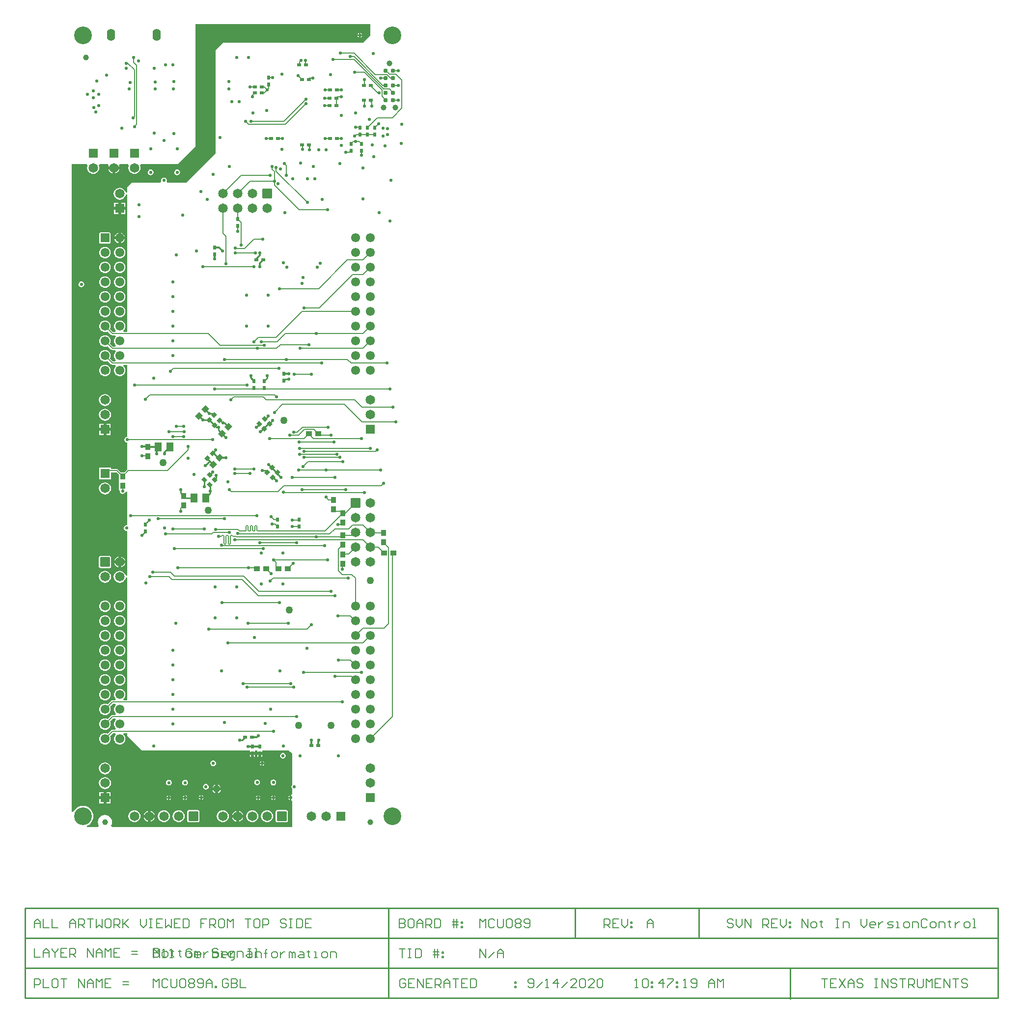
<source format=gbl>
G04*
G04 #@! TF.GenerationSoftware,Altium Limited,Altium Designer,20.1.14 (287)*
G04*
G04 Layer_Physical_Order=4*
G04 Layer_Color=16711680*
%FSAX25Y25*%
%MOIN*%
G70*
G04*
G04 #@! TF.SameCoordinates,8DC34975-1D0C-4FB0-AB39-1F5E8F216BA0*
G04*
G04*
G04 #@! TF.FilePolarity,Positive*
G04*
G01*
G75*
%ADD13C,0.01000*%
%ADD15C,0.00500*%
%ADD21C,0.00600*%
%ADD22C,0.00800*%
%ADD59C,0.03937*%
%ADD68R,0.03740X0.03937*%
%ADD69R,0.02362X0.03150*%
%ADD70R,0.03150X0.02362*%
%ADD71R,0.03937X0.03740*%
%ADD125C,0.01200*%
%ADD128C,0.05000*%
%ADD129R,0.06496X0.06496*%
%ADD130C,0.06496*%
G04:AMPARAMS|DCode=131|XSize=64.96mil|YSize=64.96mil|CornerRadius=1.95mil|HoleSize=0mil|Usage=FLASHONLY|Rotation=180.000|XOffset=0mil|YOffset=0mil|HoleType=Round|Shape=RoundedRectangle|*
%AMROUNDEDRECTD131*
21,1,0.06496,0.06106,0,0,180.0*
21,1,0.06106,0.06496,0,0,180.0*
1,1,0.00390,-0.03053,0.03053*
1,1,0.00390,0.03053,0.03053*
1,1,0.00390,0.03053,-0.03053*
1,1,0.00390,-0.03053,-0.03053*
%
%ADD131ROUNDEDRECTD131*%
G04:AMPARAMS|DCode=132|XSize=64.96mil|YSize=64.96mil|CornerRadius=1.95mil|HoleSize=0mil|Usage=FLASHONLY|Rotation=270.000|XOffset=0mil|YOffset=0mil|HoleType=Round|Shape=RoundedRectangle|*
%AMROUNDEDRECTD132*
21,1,0.06496,0.06106,0,0,270.0*
21,1,0.06106,0.06496,0,0,270.0*
1,1,0.00390,-0.03053,-0.03053*
1,1,0.00390,-0.03053,0.03053*
1,1,0.00390,0.03053,0.03053*
1,1,0.00390,0.03053,-0.03053*
%
%ADD132ROUNDEDRECTD132*%
%ADD133C,0.03900*%
%ADD134C,0.12000*%
G04:AMPARAMS|DCode=135|XSize=82.68mil|YSize=55.12mil|CornerRadius=27.56mil|HoleSize=0mil|Usage=FLASHONLY|Rotation=270.000|XOffset=0mil|YOffset=0mil|HoleType=Round|Shape=RoundedRectangle|*
%AMROUNDEDRECTD135*
21,1,0.08268,0.00000,0,0,270.0*
21,1,0.02756,0.05512,0,0,270.0*
1,1,0.05512,0.00000,-0.01378*
1,1,0.05512,0.00000,0.01378*
1,1,0.05512,0.00000,0.01378*
1,1,0.05512,0.00000,-0.01378*
%
%ADD135ROUNDEDRECTD135*%
%ADD136C,0.06102*%
G04:AMPARAMS|DCode=137|XSize=61.02mil|YSize=61.02mil|CornerRadius=1.83mil|HoleSize=0mil|Usage=FLASHONLY|Rotation=270.000|XOffset=0mil|YOffset=0mil|HoleType=Round|Shape=RoundedRectangle|*
%AMROUNDEDRECTD137*
21,1,0.06102,0.05736,0,0,270.0*
21,1,0.05736,0.06102,0,0,270.0*
1,1,0.00366,-0.02868,-0.02868*
1,1,0.00366,-0.02868,0.02868*
1,1,0.00366,0.02868,0.02868*
1,1,0.00366,0.02868,-0.02868*
%
%ADD137ROUNDEDRECTD137*%
%ADD138R,0.06496X0.06496*%
%ADD139C,0.02200*%
%ADD140R,0.05000X0.06300*%
%ADD141C,0.03100*%
G04:AMPARAMS|DCode=142|XSize=37.4mil|YSize=39.37mil|CornerRadius=0mil|HoleSize=0mil|Usage=FLASHONLY|Rotation=315.000|XOffset=0mil|YOffset=0mil|HoleType=Round|Shape=Rectangle|*
%AMROTATEDRECTD142*
4,1,4,-0.02714,-0.00070,0.00070,0.02714,0.02714,0.00070,-0.00070,-0.02714,-0.02714,-0.00070,0.0*
%
%ADD142ROTATEDRECTD142*%

G04:AMPARAMS|DCode=143|XSize=23.62mil|YSize=31.5mil|CornerRadius=0mil|HoleSize=0mil|Usage=FLASHONLY|Rotation=225.000|XOffset=0mil|YOffset=0mil|HoleType=Round|Shape=Rectangle|*
%AMROTATEDRECTD143*
4,1,4,-0.00278,0.01949,0.01949,-0.00278,0.00278,-0.01949,-0.01949,0.00278,-0.00278,0.01949,0.0*
%
%ADD143ROTATEDRECTD143*%

G04:AMPARAMS|DCode=144|XSize=23.62mil|YSize=31.5mil|CornerRadius=0mil|HoleSize=0mil|Usage=FLASHONLY|Rotation=315.000|XOffset=0mil|YOffset=0mil|HoleType=Round|Shape=Rectangle|*
%AMROTATEDRECTD144*
4,1,4,-0.01949,-0.00278,0.00278,0.01949,0.01949,0.00278,-0.00278,-0.01949,-0.01949,-0.00278,0.0*
%
%ADD144ROTATEDRECTD144*%

G36*
X0274200Y0693400D02*
X0269200Y0688400D01*
X0174200Y0688400D01*
X0169200Y0683400D01*
X0169200Y0613400D01*
X0149200Y0593400D01*
X0136685Y0593400D01*
X0136453Y0593654D01*
X0136038Y0594400D01*
X0136137Y0594900D01*
X0135990Y0595641D01*
X0135570Y0596270D01*
X0134941Y0596690D01*
X0134200Y0596837D01*
X0133459Y0596690D01*
X0132830Y0596270D01*
X0132410Y0595641D01*
X0132263Y0594900D01*
X0132362Y0594400D01*
X0131947Y0593654D01*
X0131714Y0593400D01*
X0112200Y0593400D01*
X0109200Y0590400D01*
Y0586596D01*
X0108200Y0586530D01*
X0108144Y0586957D01*
X0107736Y0587942D01*
X0107087Y0588787D01*
X0106242Y0589436D01*
X0105257Y0589844D01*
X0104200Y0589983D01*
X0103143Y0589844D01*
X0102158Y0589436D01*
X0101313Y0588787D01*
X0100664Y0587942D01*
X0100256Y0586957D01*
X0100117Y0585900D01*
X0100256Y0584843D01*
X0100664Y0583858D01*
X0101313Y0583013D01*
X0102158Y0582364D01*
X0103143Y0581956D01*
X0104200Y0581817D01*
X0105257Y0581956D01*
X0106242Y0582364D01*
X0107087Y0583013D01*
X0107736Y0583858D01*
X0108144Y0584843D01*
X0108200Y0585269D01*
X0109200Y0585204D01*
X0109200Y0491971D01*
X0107048D01*
X0106709Y0492971D01*
X0106947Y0493153D01*
X0107564Y0493958D01*
X0107952Y0494895D01*
X0108084Y0495900D01*
X0107952Y0496905D01*
X0107564Y0497842D01*
X0106947Y0498647D01*
X0106142Y0499264D01*
X0105205Y0499652D01*
X0104200Y0499784D01*
X0103195Y0499652D01*
X0102258Y0499264D01*
X0101453Y0498647D01*
X0100836Y0497842D01*
X0100448Y0496905D01*
X0100316Y0495900D01*
X0100448Y0494895D01*
X0100836Y0493958D01*
X0101453Y0493153D01*
X0101691Y0492971D01*
X0101352Y0491971D01*
X0099643D01*
X0097591Y0494023D01*
X0097952Y0494895D01*
X0098084Y0495900D01*
X0097952Y0496905D01*
X0097564Y0497842D01*
X0096947Y0498647D01*
X0096142Y0499264D01*
X0095205Y0499652D01*
X0094200Y0499784D01*
X0093195Y0499652D01*
X0092258Y0499264D01*
X0091453Y0498647D01*
X0090836Y0497842D01*
X0090448Y0496905D01*
X0090316Y0495900D01*
X0090448Y0494895D01*
X0090836Y0493958D01*
X0091453Y0493153D01*
X0092258Y0492536D01*
X0093195Y0492148D01*
X0094200Y0492016D01*
X0095205Y0492148D01*
X0096077Y0492509D01*
X0098443Y0490143D01*
X0098790Y0489911D01*
X0099200Y0489829D01*
X0099200Y0489829D01*
X0101352D01*
X0101691Y0488829D01*
X0101453Y0488647D01*
X0100836Y0487842D01*
X0100448Y0486905D01*
X0100316Y0485900D01*
X0100448Y0484895D01*
X0100836Y0483958D01*
X0101453Y0483153D01*
X0101691Y0482971D01*
X0101352Y0481971D01*
X0099643D01*
X0097591Y0484023D01*
X0097952Y0484895D01*
X0098084Y0485900D01*
X0097952Y0486905D01*
X0097564Y0487842D01*
X0096947Y0488647D01*
X0096142Y0489264D01*
X0095205Y0489652D01*
X0094200Y0489784D01*
X0093195Y0489652D01*
X0092258Y0489264D01*
X0091453Y0488647D01*
X0090836Y0487842D01*
X0090448Y0486905D01*
X0090316Y0485900D01*
X0090448Y0484895D01*
X0090836Y0483958D01*
X0091453Y0483153D01*
X0092258Y0482536D01*
X0093195Y0482148D01*
X0094200Y0482016D01*
X0095205Y0482148D01*
X0096077Y0482509D01*
X0098443Y0480143D01*
X0098790Y0479911D01*
X0099200Y0479829D01*
X0099200Y0479829D01*
X0101352D01*
X0101691Y0478829D01*
X0101453Y0478647D01*
X0100836Y0477842D01*
X0100448Y0476905D01*
X0100316Y0475900D01*
X0100448Y0474895D01*
X0100836Y0473958D01*
X0101453Y0473153D01*
X0101691Y0472971D01*
X0101352Y0471971D01*
X0099643D01*
X0097591Y0474023D01*
X0097952Y0474895D01*
X0098084Y0475900D01*
X0097952Y0476905D01*
X0097564Y0477842D01*
X0096947Y0478647D01*
X0096142Y0479264D01*
X0095205Y0479652D01*
X0094200Y0479784D01*
X0093195Y0479652D01*
X0092258Y0479264D01*
X0091453Y0478647D01*
X0090836Y0477842D01*
X0090448Y0476905D01*
X0090316Y0475900D01*
X0090448Y0474895D01*
X0090836Y0473958D01*
X0091453Y0473153D01*
X0092258Y0472536D01*
X0093195Y0472148D01*
X0094200Y0472016D01*
X0095205Y0472148D01*
X0096077Y0472509D01*
X0098443Y0470143D01*
X0098790Y0469911D01*
X0099200Y0469829D01*
X0099200Y0469829D01*
X0101352D01*
X0101691Y0468829D01*
X0101453Y0468647D01*
X0100836Y0467842D01*
X0100448Y0466905D01*
X0100316Y0465900D01*
X0100448Y0464895D01*
X0100836Y0463958D01*
X0101453Y0463153D01*
X0102258Y0462536D01*
X0103195Y0462148D01*
X0104200Y0462016D01*
X0105205Y0462148D01*
X0106142Y0462536D01*
X0106947Y0463153D01*
X0107564Y0463958D01*
X0107952Y0464895D01*
X0108084Y0465900D01*
X0107952Y0466905D01*
X0107564Y0467842D01*
X0106947Y0468647D01*
X0106709Y0468829D01*
X0107048Y0469829D01*
X0109200D01*
Y0420805D01*
X0108622Y0420690D01*
X0107993Y0420270D01*
X0107573Y0419641D01*
X0107426Y0418900D01*
X0107573Y0418159D01*
X0107993Y0417530D01*
X0108622Y0417110D01*
X0109200Y0416995D01*
Y0398557D01*
X0107461Y0396818D01*
X0104952D01*
X0103113Y0398657D01*
X0102766Y0398889D01*
X0102356Y0398971D01*
X0098248D01*
Y0399948D01*
X0090152D01*
Y0391852D01*
X0098248D01*
Y0396829D01*
X0101913D01*
X0103536Y0395206D01*
Y0391519D01*
X0103536Y0391281D01*
Y0390519D01*
X0103536Y0390281D01*
Y0384982D01*
X0103536D01*
X0104269Y0384084D01*
X0104417Y0383343D01*
X0104837Y0382714D01*
X0105465Y0382295D01*
X0106207Y0382147D01*
X0106948Y0382295D01*
X0107576Y0382714D01*
X0107996Y0383343D01*
X0109113Y0383832D01*
X0109200Y0383797D01*
Y0361134D01*
X0108900Y0360887D01*
X0108158Y0360740D01*
X0107530Y0360320D01*
X0107110Y0359691D01*
X0106962Y0358950D01*
X0107110Y0358209D01*
X0107530Y0357580D01*
X0108158Y0357160D01*
X0108900Y0357013D01*
X0109200Y0356766D01*
Y0326596D01*
X0108200Y0326530D01*
X0108144Y0326957D01*
X0107736Y0327941D01*
X0107087Y0328787D01*
X0106242Y0329436D01*
X0105257Y0329844D01*
X0104200Y0329983D01*
X0103143Y0329844D01*
X0102158Y0329436D01*
X0101313Y0328787D01*
X0100664Y0327941D01*
X0100256Y0326957D01*
X0100117Y0325900D01*
X0100256Y0324843D01*
X0100664Y0323858D01*
X0101313Y0323013D01*
X0102158Y0322364D01*
X0103143Y0321956D01*
X0104200Y0321817D01*
X0105257Y0321956D01*
X0106242Y0322364D01*
X0107087Y0323013D01*
X0107736Y0323858D01*
X0108144Y0324843D01*
X0108200Y0325270D01*
X0109200Y0325204D01*
X0109200Y0241971D01*
X0107048D01*
X0106709Y0242971D01*
X0106947Y0243153D01*
X0107564Y0243958D01*
X0107952Y0244895D01*
X0108084Y0245900D01*
X0107952Y0246905D01*
X0107564Y0247842D01*
X0106947Y0248647D01*
X0106142Y0249264D01*
X0105205Y0249652D01*
X0104200Y0249784D01*
X0103195Y0249652D01*
X0102258Y0249264D01*
X0101453Y0248647D01*
X0100836Y0247842D01*
X0100448Y0246905D01*
X0100316Y0245900D01*
X0100448Y0244895D01*
X0100836Y0243958D01*
X0101453Y0243153D01*
X0101691Y0242971D01*
X0101352Y0241971D01*
X0099200D01*
X0099200Y0241971D01*
X0098790Y0241889D01*
X0098443Y0241657D01*
X0096077Y0239291D01*
X0095205Y0239652D01*
X0094200Y0239784D01*
X0093195Y0239652D01*
X0092258Y0239264D01*
X0091453Y0238647D01*
X0090836Y0237842D01*
X0090448Y0236905D01*
X0090316Y0235900D01*
X0090448Y0234895D01*
X0090836Y0233958D01*
X0091453Y0233153D01*
X0092258Y0232536D01*
X0093195Y0232148D01*
X0094200Y0232016D01*
X0095205Y0232148D01*
X0096142Y0232536D01*
X0096947Y0233153D01*
X0097564Y0233958D01*
X0097952Y0234895D01*
X0098084Y0235900D01*
X0097952Y0236905D01*
X0097591Y0237777D01*
X0099643Y0239829D01*
X0101352D01*
X0101691Y0238829D01*
X0101453Y0238647D01*
X0100836Y0237842D01*
X0100448Y0236905D01*
X0100316Y0235900D01*
X0100448Y0234895D01*
X0100836Y0233958D01*
X0101453Y0233153D01*
X0101691Y0232971D01*
X0101352Y0231971D01*
X0099200D01*
X0099200Y0231971D01*
X0098790Y0231889D01*
X0098443Y0231657D01*
X0096077Y0229291D01*
X0095205Y0229652D01*
X0094200Y0229784D01*
X0093195Y0229652D01*
X0092258Y0229264D01*
X0091453Y0228647D01*
X0090836Y0227842D01*
X0090448Y0226905D01*
X0090316Y0225900D01*
X0090448Y0224895D01*
X0090836Y0223958D01*
X0091453Y0223153D01*
X0092258Y0222536D01*
X0093195Y0222148D01*
X0094200Y0222016D01*
X0095205Y0222148D01*
X0096142Y0222536D01*
X0096947Y0223153D01*
X0097564Y0223958D01*
X0097952Y0224895D01*
X0098084Y0225900D01*
X0097952Y0226905D01*
X0097591Y0227777D01*
X0099643Y0229829D01*
X0101352D01*
X0101691Y0228829D01*
X0101453Y0228647D01*
X0100836Y0227842D01*
X0100448Y0226905D01*
X0100316Y0225900D01*
X0100448Y0224895D01*
X0100836Y0223958D01*
X0101453Y0223153D01*
X0101691Y0222971D01*
X0101352Y0221971D01*
X0099200D01*
X0099200Y0221971D01*
X0098790Y0221889D01*
X0098443Y0221657D01*
X0096077Y0219291D01*
X0095205Y0219652D01*
X0094200Y0219784D01*
X0093195Y0219652D01*
X0092258Y0219264D01*
X0091453Y0218647D01*
X0090836Y0217842D01*
X0090448Y0216905D01*
X0090316Y0215900D01*
X0090448Y0214895D01*
X0090836Y0213958D01*
X0091453Y0213153D01*
X0092258Y0212536D01*
X0093195Y0212148D01*
X0094200Y0212016D01*
X0095205Y0212148D01*
X0096142Y0212536D01*
X0096947Y0213153D01*
X0097564Y0213958D01*
X0097952Y0214895D01*
X0098084Y0215900D01*
X0097952Y0216905D01*
X0097591Y0217777D01*
X0099643Y0219829D01*
X0101352D01*
X0101691Y0218829D01*
X0101453Y0218647D01*
X0100836Y0217842D01*
X0100448Y0216905D01*
X0100316Y0215900D01*
X0100448Y0214895D01*
X0100836Y0213958D01*
X0101453Y0213153D01*
X0102258Y0212536D01*
X0103195Y0212148D01*
X0104200Y0212016D01*
X0105205Y0212148D01*
X0106142Y0212536D01*
X0106947Y0213153D01*
X0107564Y0213958D01*
X0107952Y0214895D01*
X0108084Y0215900D01*
X0107952Y0216905D01*
X0107564Y0217842D01*
X0106947Y0218647D01*
X0106709Y0218829D01*
X0107048Y0219829D01*
X0109200D01*
Y0217900D01*
X0119200Y0207900D01*
X0192755Y0207900D01*
Y0206900D01*
X0196117D01*
Y0207900D01*
X0197759D01*
Y0206900D01*
X0199440D01*
X0201121D01*
Y0207900D01*
X0218800Y0207900D01*
X0221200Y0205900D01*
X0221200Y0184575D01*
X0220910Y0184141D01*
X0220763Y0183400D01*
X0220910Y0182659D01*
X0221200Y0182225D01*
Y0178267D01*
X0220700Y0177899D01*
Y0175900D01*
Y0173901D01*
X0221200Y0173533D01*
X0221200Y0155949D01*
X0098846D01*
X0098353Y0156949D01*
X0098381Y0156986D01*
X0098864Y0158150D01*
X0099028Y0159400D01*
X0098864Y0160650D01*
X0098381Y0161814D01*
X0097614Y0162814D01*
X0096614Y0163581D01*
X0095450Y0164064D01*
X0094200Y0164228D01*
X0092950Y0164064D01*
X0091786Y0163581D01*
X0090786Y0162814D01*
X0090019Y0161814D01*
X0089536Y0160650D01*
X0089372Y0159400D01*
X0089536Y0158150D01*
X0090019Y0156986D01*
X0090047Y0156949D01*
X0089554Y0155949D01*
X0082263D01*
X0082117Y0156324D01*
X0082086Y0156949D01*
X0083136Y0157510D01*
X0084209Y0158391D01*
X0085090Y0159464D01*
X0085745Y0160689D01*
X0086148Y0162018D01*
X0086284Y0163400D01*
X0086148Y0164782D01*
X0085745Y0166111D01*
X0085090Y0167336D01*
X0084209Y0168409D01*
X0083136Y0169290D01*
X0081911Y0169945D01*
X0080582Y0170348D01*
X0079200Y0170484D01*
X0077818Y0170348D01*
X0076489Y0169945D01*
X0075264Y0169290D01*
X0074191Y0168409D01*
X0073310Y0167336D01*
X0072749Y0166286D01*
X0072124Y0166317D01*
X0071749Y0166463D01*
Y0605900D01*
X0081816Y0605900D01*
X0082440Y0604900D01*
X0082256Y0604457D01*
X0082117Y0603400D01*
X0082256Y0602343D01*
X0082664Y0601359D01*
X0083313Y0600513D01*
X0084158Y0599864D01*
X0085143Y0599456D01*
X0086200Y0599317D01*
X0087257Y0599456D01*
X0088241Y0599864D01*
X0089087Y0600513D01*
X0089736Y0601359D01*
X0090144Y0602343D01*
X0090283Y0603400D01*
X0090144Y0604457D01*
X0089960Y0604900D01*
X0090584Y0605900D01*
X0096229D01*
X0096764Y0604900D01*
X0096557Y0604400D01*
X0100200D01*
X0103843D01*
X0103636Y0604900D01*
X0104171Y0605900D01*
X0109816D01*
X0110440Y0604900D01*
X0110256Y0604457D01*
X0110117Y0603400D01*
X0110256Y0602343D01*
X0110664Y0601359D01*
X0111313Y0600513D01*
X0112159Y0599864D01*
X0113143Y0599456D01*
X0114200Y0599317D01*
X0115257Y0599456D01*
X0116242Y0599864D01*
X0117087Y0600513D01*
X0117736Y0601359D01*
X0118144Y0602343D01*
X0118283Y0603400D01*
X0118144Y0604457D01*
X0117960Y0604900D01*
X0118584Y0605900D01*
X0143700Y0605900D01*
X0155700Y0617900D01*
X0155700Y0700851D01*
X0274200D01*
X0274200Y0693400D01*
D02*
G37*
%LPC*%
G36*
X0267700Y0694932D02*
Y0693900D01*
X0268732D01*
X0268707Y0694024D01*
X0268354Y0694554D01*
X0267824Y0694907D01*
X0267700Y0694932D01*
D02*
G37*
G36*
X0266700D02*
X0266576Y0694907D01*
X0266047Y0694554D01*
X0265693Y0694024D01*
X0265668Y0693900D01*
X0266700D01*
Y0694932D01*
D02*
G37*
G36*
X0268732Y0692900D02*
X0267700D01*
Y0691868D01*
X0267824Y0691893D01*
X0268354Y0692246D01*
X0268707Y0692776D01*
X0268732Y0692900D01*
D02*
G37*
G36*
X0266700D02*
X0265668D01*
X0265693Y0692776D01*
X0266047Y0692246D01*
X0266576Y0691893D01*
X0266700Y0691868D01*
Y0692900D01*
D02*
G37*
G36*
X0103843Y0602400D02*
X0101200D01*
Y0599757D01*
X0102090Y0600126D01*
X0102873Y0600727D01*
X0103474Y0601510D01*
X0103843Y0602400D01*
D02*
G37*
G36*
X0099200D02*
X0096557D01*
X0096926Y0601510D01*
X0097527Y0600727D01*
X0098310Y0600126D01*
X0099200Y0599757D01*
Y0602400D01*
D02*
G37*
G36*
X0143200Y0602337D02*
X0142459Y0602190D01*
X0141830Y0601770D01*
X0141410Y0601141D01*
X0141263Y0600400D01*
X0141410Y0599659D01*
X0141830Y0599030D01*
X0142459Y0598610D01*
X0143200Y0598463D01*
X0143941Y0598610D01*
X0144570Y0599030D01*
X0144990Y0599659D01*
X0145137Y0600400D01*
X0144990Y0601141D01*
X0144570Y0601770D01*
X0143941Y0602190D01*
X0143200Y0602337D01*
D02*
G37*
G36*
X0125200D02*
X0124459Y0602190D01*
X0123830Y0601770D01*
X0123410Y0601141D01*
X0123263Y0600400D01*
X0123410Y0599659D01*
X0123830Y0599030D01*
X0124459Y0598610D01*
X0125200Y0598463D01*
X0125941Y0598610D01*
X0126570Y0599030D01*
X0126990Y0599659D01*
X0127137Y0600400D01*
X0126990Y0601141D01*
X0126570Y0601770D01*
X0125941Y0602190D01*
X0125200Y0602337D01*
D02*
G37*
G36*
X0107948Y0579648D02*
X0105200D01*
Y0576900D01*
X0107948D01*
Y0579648D01*
D02*
G37*
G36*
X0103200D02*
X0100452D01*
Y0576900D01*
X0103200D01*
Y0579648D01*
D02*
G37*
G36*
X0107948Y0574900D02*
X0105200D01*
Y0572152D01*
X0107948D01*
Y0574900D01*
D02*
G37*
G36*
X0103200D02*
X0100452D01*
Y0572152D01*
X0103200D01*
Y0574900D01*
D02*
G37*
G36*
X0105200Y0559330D02*
Y0556900D01*
X0107630D01*
X0107302Y0557691D01*
X0106733Y0558433D01*
X0105991Y0559002D01*
X0105200Y0559330D01*
D02*
G37*
G36*
X0103200D02*
X0102409Y0559002D01*
X0101667Y0558433D01*
X0101098Y0557691D01*
X0100770Y0556900D01*
X0103200D01*
Y0559330D01*
D02*
G37*
G36*
X0107630Y0554900D02*
X0105200D01*
Y0552470D01*
X0105991Y0552798D01*
X0106733Y0553367D01*
X0107302Y0554109D01*
X0107630Y0554900D01*
D02*
G37*
G36*
X0103200D02*
X0100770D01*
X0101098Y0554109D01*
X0101667Y0553367D01*
X0102409Y0552798D01*
X0103200Y0552470D01*
Y0554900D01*
D02*
G37*
G36*
X0097068Y0559770D02*
X0091332D01*
X0090948Y0559694D01*
X0090623Y0559477D01*
X0090406Y0559152D01*
X0090330Y0558768D01*
Y0553032D01*
X0090406Y0552648D01*
X0090623Y0552323D01*
X0090948Y0552106D01*
X0091332Y0552030D01*
X0097068D01*
X0097452Y0552106D01*
X0097777Y0552323D01*
X0097994Y0552648D01*
X0098070Y0553032D01*
Y0558768D01*
X0097994Y0559152D01*
X0097777Y0559477D01*
X0097452Y0559694D01*
X0097068Y0559770D01*
D02*
G37*
G36*
X0104200Y0549784D02*
X0103195Y0549652D01*
X0102258Y0549264D01*
X0101453Y0548647D01*
X0100836Y0547842D01*
X0100448Y0546905D01*
X0100316Y0545900D01*
X0100448Y0544895D01*
X0100836Y0543958D01*
X0101453Y0543153D01*
X0102258Y0542536D01*
X0103195Y0542148D01*
X0104200Y0542016D01*
X0105205Y0542148D01*
X0106142Y0542536D01*
X0106947Y0543153D01*
X0107564Y0543958D01*
X0107952Y0544895D01*
X0108084Y0545900D01*
X0107952Y0546905D01*
X0107564Y0547842D01*
X0106947Y0548647D01*
X0106142Y0549264D01*
X0105205Y0549652D01*
X0104200Y0549784D01*
D02*
G37*
G36*
X0094200D02*
X0093195Y0549652D01*
X0092258Y0549264D01*
X0091453Y0548647D01*
X0090836Y0547842D01*
X0090448Y0546905D01*
X0090316Y0545900D01*
X0090448Y0544895D01*
X0090836Y0543958D01*
X0091453Y0543153D01*
X0092258Y0542536D01*
X0093195Y0542148D01*
X0094200Y0542016D01*
X0095205Y0542148D01*
X0096142Y0542536D01*
X0096947Y0543153D01*
X0097564Y0543958D01*
X0097952Y0544895D01*
X0098084Y0545900D01*
X0097952Y0546905D01*
X0097564Y0547842D01*
X0096947Y0548647D01*
X0096142Y0549264D01*
X0095205Y0549652D01*
X0094200Y0549784D01*
D02*
G37*
G36*
X0104200Y0539784D02*
X0103195Y0539652D01*
X0102258Y0539264D01*
X0101453Y0538647D01*
X0100836Y0537842D01*
X0100448Y0536905D01*
X0100316Y0535900D01*
X0100448Y0534895D01*
X0100836Y0533958D01*
X0101453Y0533153D01*
X0102258Y0532536D01*
X0103195Y0532148D01*
X0104200Y0532016D01*
X0105205Y0532148D01*
X0106142Y0532536D01*
X0106947Y0533153D01*
X0107564Y0533958D01*
X0107952Y0534895D01*
X0108084Y0535900D01*
X0107952Y0536905D01*
X0107564Y0537842D01*
X0106947Y0538647D01*
X0106142Y0539264D01*
X0105205Y0539652D01*
X0104200Y0539784D01*
D02*
G37*
G36*
X0094200D02*
X0093195Y0539652D01*
X0092258Y0539264D01*
X0091453Y0538647D01*
X0090836Y0537842D01*
X0090448Y0536905D01*
X0090316Y0535900D01*
X0090448Y0534895D01*
X0090836Y0533958D01*
X0091453Y0533153D01*
X0092258Y0532536D01*
X0093195Y0532148D01*
X0094200Y0532016D01*
X0095205Y0532148D01*
X0096142Y0532536D01*
X0096947Y0533153D01*
X0097564Y0533958D01*
X0097952Y0534895D01*
X0098084Y0535900D01*
X0097952Y0536905D01*
X0097564Y0537842D01*
X0096947Y0538647D01*
X0096142Y0539264D01*
X0095205Y0539652D01*
X0094200Y0539784D01*
D02*
G37*
G36*
X0078200Y0526337D02*
X0077459Y0526190D01*
X0076830Y0525770D01*
X0076410Y0525141D01*
X0076263Y0524400D01*
X0076410Y0523659D01*
X0076830Y0523030D01*
X0077459Y0522610D01*
X0078200Y0522463D01*
X0078941Y0522610D01*
X0079570Y0523030D01*
X0079990Y0523659D01*
X0080137Y0524400D01*
X0079990Y0525141D01*
X0079570Y0525770D01*
X0078941Y0526190D01*
X0078200Y0526337D01*
D02*
G37*
G36*
X0104200Y0529784D02*
X0103195Y0529652D01*
X0102258Y0529264D01*
X0101453Y0528647D01*
X0100836Y0527842D01*
X0100448Y0526905D01*
X0100316Y0525900D01*
X0100448Y0524895D01*
X0100836Y0523958D01*
X0101453Y0523153D01*
X0102258Y0522536D01*
X0103195Y0522148D01*
X0104200Y0522016D01*
X0105205Y0522148D01*
X0106142Y0522536D01*
X0106947Y0523153D01*
X0107564Y0523958D01*
X0107952Y0524895D01*
X0108084Y0525900D01*
X0107952Y0526905D01*
X0107564Y0527842D01*
X0106947Y0528647D01*
X0106142Y0529264D01*
X0105205Y0529652D01*
X0104200Y0529784D01*
D02*
G37*
G36*
X0094200D02*
X0093195Y0529652D01*
X0092258Y0529264D01*
X0091453Y0528647D01*
X0090836Y0527842D01*
X0090448Y0526905D01*
X0090316Y0525900D01*
X0090448Y0524895D01*
X0090836Y0523958D01*
X0091453Y0523153D01*
X0092258Y0522536D01*
X0093195Y0522148D01*
X0094200Y0522016D01*
X0095205Y0522148D01*
X0096142Y0522536D01*
X0096947Y0523153D01*
X0097564Y0523958D01*
X0097952Y0524895D01*
X0098084Y0525900D01*
X0097952Y0526905D01*
X0097564Y0527842D01*
X0096947Y0528647D01*
X0096142Y0529264D01*
X0095205Y0529652D01*
X0094200Y0529784D01*
D02*
G37*
G36*
X0104200Y0519784D02*
X0103195Y0519652D01*
X0102258Y0519264D01*
X0101453Y0518647D01*
X0100836Y0517842D01*
X0100448Y0516905D01*
X0100316Y0515900D01*
X0100448Y0514895D01*
X0100836Y0513958D01*
X0101453Y0513153D01*
X0102258Y0512536D01*
X0103195Y0512148D01*
X0104200Y0512016D01*
X0105205Y0512148D01*
X0106142Y0512536D01*
X0106947Y0513153D01*
X0107564Y0513958D01*
X0107952Y0514895D01*
X0108084Y0515900D01*
X0107952Y0516905D01*
X0107564Y0517842D01*
X0106947Y0518647D01*
X0106142Y0519264D01*
X0105205Y0519652D01*
X0104200Y0519784D01*
D02*
G37*
G36*
X0094200D02*
X0093195Y0519652D01*
X0092258Y0519264D01*
X0091453Y0518647D01*
X0090836Y0517842D01*
X0090448Y0516905D01*
X0090316Y0515900D01*
X0090448Y0514895D01*
X0090836Y0513958D01*
X0091453Y0513153D01*
X0092258Y0512536D01*
X0093195Y0512148D01*
X0094200Y0512016D01*
X0095205Y0512148D01*
X0096142Y0512536D01*
X0096947Y0513153D01*
X0097564Y0513958D01*
X0097952Y0514895D01*
X0098084Y0515900D01*
X0097952Y0516905D01*
X0097564Y0517842D01*
X0096947Y0518647D01*
X0096142Y0519264D01*
X0095205Y0519652D01*
X0094200Y0519784D01*
D02*
G37*
G36*
X0104200Y0509784D02*
X0103195Y0509652D01*
X0102258Y0509264D01*
X0101453Y0508647D01*
X0100836Y0507842D01*
X0100448Y0506905D01*
X0100316Y0505900D01*
X0100448Y0504895D01*
X0100836Y0503958D01*
X0101453Y0503153D01*
X0102258Y0502536D01*
X0103195Y0502148D01*
X0104200Y0502016D01*
X0105205Y0502148D01*
X0106142Y0502536D01*
X0106947Y0503153D01*
X0107564Y0503958D01*
X0107952Y0504895D01*
X0108084Y0505900D01*
X0107952Y0506905D01*
X0107564Y0507842D01*
X0106947Y0508647D01*
X0106142Y0509264D01*
X0105205Y0509652D01*
X0104200Y0509784D01*
D02*
G37*
G36*
X0094200D02*
X0093195Y0509652D01*
X0092258Y0509264D01*
X0091453Y0508647D01*
X0090836Y0507842D01*
X0090448Y0506905D01*
X0090316Y0505900D01*
X0090448Y0504895D01*
X0090836Y0503958D01*
X0091453Y0503153D01*
X0092258Y0502536D01*
X0093195Y0502148D01*
X0094200Y0502016D01*
X0095205Y0502148D01*
X0096142Y0502536D01*
X0096947Y0503153D01*
X0097564Y0503958D01*
X0097952Y0504895D01*
X0098084Y0505900D01*
X0097952Y0506905D01*
X0097564Y0507842D01*
X0096947Y0508647D01*
X0096142Y0509264D01*
X0095205Y0509652D01*
X0094200Y0509784D01*
D02*
G37*
G36*
Y0469784D02*
X0093195Y0469652D01*
X0092258Y0469264D01*
X0091453Y0468647D01*
X0090836Y0467842D01*
X0090448Y0466905D01*
X0090316Y0465900D01*
X0090448Y0464895D01*
X0090836Y0463958D01*
X0091453Y0463153D01*
X0092258Y0462536D01*
X0093195Y0462148D01*
X0094200Y0462016D01*
X0095205Y0462148D01*
X0096142Y0462536D01*
X0096947Y0463153D01*
X0097564Y0463958D01*
X0097952Y0464895D01*
X0098084Y0465900D01*
X0097952Y0466905D01*
X0097564Y0467842D01*
X0096947Y0468647D01*
X0096142Y0469264D01*
X0095205Y0469652D01*
X0094200Y0469784D01*
D02*
G37*
G36*
Y0449983D02*
X0093143Y0449844D01*
X0092159Y0449436D01*
X0091313Y0448787D01*
X0090664Y0447941D01*
X0090256Y0446957D01*
X0090117Y0445900D01*
X0090256Y0444843D01*
X0090664Y0443858D01*
X0091313Y0443013D01*
X0092159Y0442364D01*
X0093143Y0441956D01*
X0094200Y0441817D01*
X0095257Y0441956D01*
X0096241Y0442364D01*
X0097087Y0443013D01*
X0097736Y0443858D01*
X0098144Y0444843D01*
X0098283Y0445900D01*
X0098144Y0446957D01*
X0097736Y0447941D01*
X0097087Y0448787D01*
X0096241Y0449436D01*
X0095257Y0449844D01*
X0094200Y0449983D01*
D02*
G37*
G36*
Y0439983D02*
X0093143Y0439844D01*
X0092159Y0439436D01*
X0091313Y0438787D01*
X0090664Y0437942D01*
X0090256Y0436957D01*
X0090117Y0435900D01*
X0090256Y0434843D01*
X0090664Y0433858D01*
X0091313Y0433013D01*
X0092159Y0432364D01*
X0093143Y0431956D01*
X0094200Y0431817D01*
X0095257Y0431956D01*
X0096241Y0432364D01*
X0097087Y0433013D01*
X0097736Y0433858D01*
X0098144Y0434843D01*
X0098283Y0435900D01*
X0098144Y0436957D01*
X0097736Y0437942D01*
X0097087Y0438787D01*
X0096241Y0439436D01*
X0095257Y0439844D01*
X0094200Y0439983D01*
D02*
G37*
G36*
X0097948Y0429648D02*
X0095200D01*
Y0426900D01*
X0097948D01*
Y0429648D01*
D02*
G37*
G36*
X0093200D02*
X0090452D01*
Y0426900D01*
X0093200D01*
Y0429648D01*
D02*
G37*
G36*
X0097948Y0424900D02*
X0095200D01*
Y0422152D01*
X0097948D01*
Y0424900D01*
D02*
G37*
G36*
X0093200D02*
X0090452D01*
Y0422152D01*
X0093200D01*
Y0424900D01*
D02*
G37*
G36*
X0094200Y0389983D02*
X0093143Y0389844D01*
X0092159Y0389436D01*
X0091313Y0388787D01*
X0090664Y0387942D01*
X0090256Y0386957D01*
X0090117Y0385900D01*
X0090256Y0384843D01*
X0090664Y0383858D01*
X0091313Y0383013D01*
X0092159Y0382364D01*
X0093143Y0381956D01*
X0094200Y0381817D01*
X0095257Y0381956D01*
X0096241Y0382364D01*
X0097087Y0383013D01*
X0097736Y0383858D01*
X0098144Y0384843D01*
X0098283Y0385900D01*
X0098144Y0386957D01*
X0097736Y0387942D01*
X0097087Y0388787D01*
X0096241Y0389436D01*
X0095257Y0389844D01*
X0094200Y0389983D01*
D02*
G37*
G36*
X0105200Y0339543D02*
Y0336900D01*
X0107843D01*
X0107474Y0337790D01*
X0106873Y0338573D01*
X0106090Y0339174D01*
X0105200Y0339543D01*
D02*
G37*
G36*
X0103200D02*
X0102310Y0339174D01*
X0101527Y0338573D01*
X0100926Y0337790D01*
X0100557Y0336900D01*
X0103200D01*
Y0339543D01*
D02*
G37*
G36*
X0107843Y0334900D02*
X0105200D01*
Y0332257D01*
X0106090Y0332626D01*
X0106873Y0333227D01*
X0107474Y0334010D01*
X0107843Y0334900D01*
D02*
G37*
G36*
X0103200D02*
X0100557D01*
X0100926Y0334010D01*
X0101527Y0333227D01*
X0102310Y0332626D01*
X0103200Y0332257D01*
Y0334900D01*
D02*
G37*
G36*
X0097253Y0339967D02*
X0091147D01*
X0090759Y0339890D01*
X0090430Y0339670D01*
X0090210Y0339341D01*
X0090132Y0338953D01*
Y0332847D01*
X0090210Y0332459D01*
X0090430Y0332130D01*
X0090759Y0331910D01*
X0091147Y0331833D01*
X0097253D01*
X0097641Y0331910D01*
X0097970Y0332130D01*
X0098190Y0332459D01*
X0098268Y0332847D01*
Y0338953D01*
X0098190Y0339341D01*
X0097970Y0339670D01*
X0097641Y0339890D01*
X0097253Y0339967D01*
D02*
G37*
G36*
X0094200Y0329983D02*
X0093143Y0329844D01*
X0092159Y0329436D01*
X0091313Y0328787D01*
X0090664Y0327941D01*
X0090256Y0326957D01*
X0090117Y0325900D01*
X0090256Y0324843D01*
X0090664Y0323858D01*
X0091313Y0323013D01*
X0092159Y0322364D01*
X0093143Y0321956D01*
X0094200Y0321817D01*
X0095257Y0321956D01*
X0096241Y0322364D01*
X0097087Y0323013D01*
X0097736Y0323858D01*
X0098144Y0324843D01*
X0098283Y0325900D01*
X0098144Y0326957D01*
X0097736Y0327941D01*
X0097087Y0328787D01*
X0096241Y0329436D01*
X0095257Y0329844D01*
X0094200Y0329983D01*
D02*
G37*
G36*
X0104200Y0309784D02*
X0103195Y0309652D01*
X0102258Y0309264D01*
X0101453Y0308647D01*
X0100836Y0307842D01*
X0100448Y0306905D01*
X0100316Y0305900D01*
X0100448Y0304895D01*
X0100836Y0303958D01*
X0101453Y0303153D01*
X0102258Y0302536D01*
X0103195Y0302148D01*
X0104200Y0302016D01*
X0105205Y0302148D01*
X0106142Y0302536D01*
X0106947Y0303153D01*
X0107564Y0303958D01*
X0107952Y0304895D01*
X0108084Y0305900D01*
X0107952Y0306905D01*
X0107564Y0307842D01*
X0106947Y0308647D01*
X0106142Y0309264D01*
X0105205Y0309652D01*
X0104200Y0309784D01*
D02*
G37*
G36*
X0094200D02*
X0093195Y0309652D01*
X0092258Y0309264D01*
X0091453Y0308647D01*
X0090836Y0307842D01*
X0090448Y0306905D01*
X0090316Y0305900D01*
X0090448Y0304895D01*
X0090836Y0303958D01*
X0091453Y0303153D01*
X0092258Y0302536D01*
X0093195Y0302148D01*
X0094200Y0302016D01*
X0095205Y0302148D01*
X0096142Y0302536D01*
X0096947Y0303153D01*
X0097564Y0303958D01*
X0097952Y0304895D01*
X0098084Y0305900D01*
X0097952Y0306905D01*
X0097564Y0307842D01*
X0096947Y0308647D01*
X0096142Y0309264D01*
X0095205Y0309652D01*
X0094200Y0309784D01*
D02*
G37*
G36*
X0104200Y0299784D02*
X0103195Y0299652D01*
X0102258Y0299264D01*
X0101453Y0298647D01*
X0100836Y0297842D01*
X0100448Y0296905D01*
X0100316Y0295900D01*
X0100448Y0294895D01*
X0100836Y0293958D01*
X0101453Y0293153D01*
X0102258Y0292536D01*
X0103195Y0292148D01*
X0104200Y0292016D01*
X0105205Y0292148D01*
X0106142Y0292536D01*
X0106947Y0293153D01*
X0107564Y0293958D01*
X0107952Y0294895D01*
X0108084Y0295900D01*
X0107952Y0296905D01*
X0107564Y0297842D01*
X0106947Y0298647D01*
X0106142Y0299264D01*
X0105205Y0299652D01*
X0104200Y0299784D01*
D02*
G37*
G36*
X0094200D02*
X0093195Y0299652D01*
X0092258Y0299264D01*
X0091453Y0298647D01*
X0090836Y0297842D01*
X0090448Y0296905D01*
X0090316Y0295900D01*
X0090448Y0294895D01*
X0090836Y0293958D01*
X0091453Y0293153D01*
X0092258Y0292536D01*
X0093195Y0292148D01*
X0094200Y0292016D01*
X0095205Y0292148D01*
X0096142Y0292536D01*
X0096947Y0293153D01*
X0097564Y0293958D01*
X0097952Y0294895D01*
X0098084Y0295900D01*
X0097952Y0296905D01*
X0097564Y0297842D01*
X0096947Y0298647D01*
X0096142Y0299264D01*
X0095205Y0299652D01*
X0094200Y0299784D01*
D02*
G37*
G36*
X0104200Y0289784D02*
X0103195Y0289652D01*
X0102258Y0289264D01*
X0101453Y0288647D01*
X0100836Y0287842D01*
X0100448Y0286905D01*
X0100316Y0285900D01*
X0100448Y0284895D01*
X0100836Y0283958D01*
X0101453Y0283153D01*
X0102258Y0282536D01*
X0103195Y0282148D01*
X0104200Y0282016D01*
X0105205Y0282148D01*
X0106142Y0282536D01*
X0106947Y0283153D01*
X0107564Y0283958D01*
X0107952Y0284895D01*
X0108084Y0285900D01*
X0107952Y0286905D01*
X0107564Y0287842D01*
X0106947Y0288647D01*
X0106142Y0289264D01*
X0105205Y0289652D01*
X0104200Y0289784D01*
D02*
G37*
G36*
X0094200D02*
X0093195Y0289652D01*
X0092258Y0289264D01*
X0091453Y0288647D01*
X0090836Y0287842D01*
X0090448Y0286905D01*
X0090316Y0285900D01*
X0090448Y0284895D01*
X0090836Y0283958D01*
X0091453Y0283153D01*
X0092258Y0282536D01*
X0093195Y0282148D01*
X0094200Y0282016D01*
X0095205Y0282148D01*
X0096142Y0282536D01*
X0096947Y0283153D01*
X0097564Y0283958D01*
X0097952Y0284895D01*
X0098084Y0285900D01*
X0097952Y0286905D01*
X0097564Y0287842D01*
X0096947Y0288647D01*
X0096142Y0289264D01*
X0095205Y0289652D01*
X0094200Y0289784D01*
D02*
G37*
G36*
X0104200Y0279784D02*
X0103195Y0279652D01*
X0102258Y0279264D01*
X0101453Y0278647D01*
X0100836Y0277842D01*
X0100448Y0276905D01*
X0100316Y0275900D01*
X0100448Y0274895D01*
X0100836Y0273958D01*
X0101453Y0273153D01*
X0102258Y0272536D01*
X0103195Y0272148D01*
X0104200Y0272016D01*
X0105205Y0272148D01*
X0106142Y0272536D01*
X0106947Y0273153D01*
X0107564Y0273958D01*
X0107952Y0274895D01*
X0108084Y0275900D01*
X0107952Y0276905D01*
X0107564Y0277842D01*
X0106947Y0278647D01*
X0106142Y0279264D01*
X0105205Y0279652D01*
X0104200Y0279784D01*
D02*
G37*
G36*
X0094200D02*
X0093195Y0279652D01*
X0092258Y0279264D01*
X0091453Y0278647D01*
X0090836Y0277842D01*
X0090448Y0276905D01*
X0090316Y0275900D01*
X0090448Y0274895D01*
X0090836Y0273958D01*
X0091453Y0273153D01*
X0092258Y0272536D01*
X0093195Y0272148D01*
X0094200Y0272016D01*
X0095205Y0272148D01*
X0096142Y0272536D01*
X0096947Y0273153D01*
X0097564Y0273958D01*
X0097952Y0274895D01*
X0098084Y0275900D01*
X0097952Y0276905D01*
X0097564Y0277842D01*
X0096947Y0278647D01*
X0096142Y0279264D01*
X0095205Y0279652D01*
X0094200Y0279784D01*
D02*
G37*
G36*
X0104200Y0269784D02*
X0103195Y0269652D01*
X0102258Y0269264D01*
X0101453Y0268647D01*
X0100836Y0267842D01*
X0100448Y0266905D01*
X0100316Y0265900D01*
X0100448Y0264895D01*
X0100836Y0263958D01*
X0101453Y0263153D01*
X0102258Y0262536D01*
X0103195Y0262148D01*
X0104200Y0262016D01*
X0105205Y0262148D01*
X0106142Y0262536D01*
X0106947Y0263153D01*
X0107564Y0263958D01*
X0107952Y0264895D01*
X0108084Y0265900D01*
X0107952Y0266905D01*
X0107564Y0267842D01*
X0106947Y0268647D01*
X0106142Y0269264D01*
X0105205Y0269652D01*
X0104200Y0269784D01*
D02*
G37*
G36*
X0094200D02*
X0093195Y0269652D01*
X0092258Y0269264D01*
X0091453Y0268647D01*
X0090836Y0267842D01*
X0090448Y0266905D01*
X0090316Y0265900D01*
X0090448Y0264895D01*
X0090836Y0263958D01*
X0091453Y0263153D01*
X0092258Y0262536D01*
X0093195Y0262148D01*
X0094200Y0262016D01*
X0095205Y0262148D01*
X0096142Y0262536D01*
X0096947Y0263153D01*
X0097564Y0263958D01*
X0097952Y0264895D01*
X0098084Y0265900D01*
X0097952Y0266905D01*
X0097564Y0267842D01*
X0096947Y0268647D01*
X0096142Y0269264D01*
X0095205Y0269652D01*
X0094200Y0269784D01*
D02*
G37*
G36*
X0104200Y0259784D02*
X0103195Y0259652D01*
X0102258Y0259264D01*
X0101453Y0258647D01*
X0100836Y0257842D01*
X0100448Y0256905D01*
X0100316Y0255900D01*
X0100448Y0254895D01*
X0100836Y0253958D01*
X0101453Y0253153D01*
X0102258Y0252536D01*
X0103195Y0252148D01*
X0104200Y0252016D01*
X0105205Y0252148D01*
X0106142Y0252536D01*
X0106947Y0253153D01*
X0107564Y0253958D01*
X0107952Y0254895D01*
X0108084Y0255900D01*
X0107952Y0256905D01*
X0107564Y0257842D01*
X0106947Y0258647D01*
X0106142Y0259264D01*
X0105205Y0259652D01*
X0104200Y0259784D01*
D02*
G37*
G36*
X0094200D02*
X0093195Y0259652D01*
X0092258Y0259264D01*
X0091453Y0258647D01*
X0090836Y0257842D01*
X0090448Y0256905D01*
X0090316Y0255900D01*
X0090448Y0254895D01*
X0090836Y0253958D01*
X0091453Y0253153D01*
X0092258Y0252536D01*
X0093195Y0252148D01*
X0094200Y0252016D01*
X0095205Y0252148D01*
X0096142Y0252536D01*
X0096947Y0253153D01*
X0097564Y0253958D01*
X0097952Y0254895D01*
X0098084Y0255900D01*
X0097952Y0256905D01*
X0097564Y0257842D01*
X0096947Y0258647D01*
X0096142Y0259264D01*
X0095205Y0259652D01*
X0094200Y0259784D01*
D02*
G37*
G36*
Y0249784D02*
X0093195Y0249652D01*
X0092258Y0249264D01*
X0091453Y0248647D01*
X0090836Y0247842D01*
X0090448Y0246905D01*
X0090316Y0245900D01*
X0090448Y0244895D01*
X0090836Y0243958D01*
X0091453Y0243153D01*
X0092258Y0242536D01*
X0093195Y0242148D01*
X0094200Y0242016D01*
X0095205Y0242148D01*
X0096142Y0242536D01*
X0096947Y0243153D01*
X0097564Y0243958D01*
X0097952Y0244895D01*
X0098084Y0245900D01*
X0097952Y0246905D01*
X0097564Y0247842D01*
X0096947Y0248647D01*
X0096142Y0249264D01*
X0095205Y0249652D01*
X0094200Y0249784D01*
D02*
G37*
G36*
X0196117Y0204900D02*
X0195436D01*
Y0203825D01*
X0196117D01*
Y0204900D01*
D02*
G37*
G36*
X0193436D02*
X0192755D01*
Y0203825D01*
X0193436D01*
Y0204900D01*
D02*
G37*
G36*
X0201121Y0204900D02*
X0200440D01*
Y0203825D01*
X0201121D01*
Y0204900D01*
D02*
G37*
G36*
X0198440D02*
X0197759D01*
Y0203825D01*
X0198440D01*
Y0204900D01*
D02*
G37*
G36*
X0214995Y0206337D02*
X0214254Y0206190D01*
X0213626Y0205770D01*
X0213206Y0205141D01*
X0213058Y0204400D01*
X0213206Y0203659D01*
X0213626Y0203030D01*
X0214254Y0202610D01*
X0214995Y0202463D01*
X0215737Y0202610D01*
X0216365Y0203030D01*
X0216785Y0203659D01*
X0216933Y0204400D01*
X0216785Y0205141D01*
X0216365Y0205770D01*
X0215737Y0206190D01*
X0214995Y0206337D01*
D02*
G37*
G36*
X0201429Y0200818D02*
Y0199786D01*
X0202461D01*
X0202436Y0199910D01*
X0202082Y0200439D01*
X0201553Y0200793D01*
X0201429Y0200818D01*
D02*
G37*
G36*
X0200429D02*
X0200305Y0200793D01*
X0199775Y0200439D01*
X0199422Y0199910D01*
X0199397Y0199786D01*
X0200429D01*
Y0200818D01*
D02*
G37*
G36*
X0202461Y0198786D02*
X0201429D01*
Y0197754D01*
X0201553Y0197779D01*
X0202082Y0198132D01*
X0202436Y0198661D01*
X0202461Y0198786D01*
D02*
G37*
G36*
X0200429D02*
X0199397D01*
X0199422Y0198661D01*
X0199775Y0198132D01*
X0200305Y0197779D01*
X0200429Y0197754D01*
Y0198786D01*
D02*
G37*
G36*
X0167700Y0201223D02*
X0166959Y0201076D01*
X0166330Y0200656D01*
X0165910Y0200027D01*
X0165763Y0199286D01*
X0165910Y0198545D01*
X0166330Y0197916D01*
X0166959Y0197496D01*
X0167700Y0197349D01*
X0168441Y0197496D01*
X0169070Y0197916D01*
X0169490Y0198545D01*
X0169637Y0199286D01*
X0169490Y0200027D01*
X0169070Y0200656D01*
X0168441Y0201076D01*
X0167700Y0201223D01*
D02*
G37*
G36*
X0094200Y0199983D02*
X0093143Y0199844D01*
X0092159Y0199436D01*
X0091313Y0198787D01*
X0090664Y0197942D01*
X0090256Y0196957D01*
X0090117Y0195900D01*
X0090256Y0194843D01*
X0090664Y0193859D01*
X0091313Y0193013D01*
X0092159Y0192364D01*
X0093143Y0191956D01*
X0094200Y0191817D01*
X0095257Y0191956D01*
X0096241Y0192364D01*
X0097087Y0193013D01*
X0097736Y0193859D01*
X0098144Y0194843D01*
X0098283Y0195900D01*
X0098144Y0196957D01*
X0097736Y0197942D01*
X0097087Y0198787D01*
X0096241Y0199436D01*
X0095257Y0199844D01*
X0094200Y0199983D01*
D02*
G37*
G36*
X0197487Y0188309D02*
X0196746Y0188161D01*
X0196118Y0187741D01*
X0195698Y0187113D01*
X0195550Y0186371D01*
X0195698Y0185630D01*
X0196118Y0185002D01*
X0196746Y0184582D01*
X0197487Y0184434D01*
X0198229Y0184582D01*
X0198857Y0185002D01*
X0199277Y0185630D01*
X0199425Y0186371D01*
X0199277Y0187113D01*
X0198857Y0187741D01*
X0198229Y0188161D01*
X0197487Y0188309D01*
D02*
G37*
G36*
X0208487Y0188221D02*
X0207746Y0188074D01*
X0207118Y0187654D01*
X0206698Y0187025D01*
X0206550Y0186284D01*
X0206698Y0185543D01*
X0207118Y0184914D01*
X0207746Y0184494D01*
X0208487Y0184347D01*
X0209229Y0184494D01*
X0209857Y0184914D01*
X0210277Y0185543D01*
X0210425Y0186284D01*
X0210277Y0187025D01*
X0209857Y0187654D01*
X0209229Y0188074D01*
X0208487Y0188221D01*
D02*
G37*
G36*
X0137562Y0188107D02*
X0136821Y0187959D01*
X0136192Y0187539D01*
X0135773Y0186911D01*
X0135625Y0186169D01*
X0135773Y0185428D01*
X0136192Y0184800D01*
X0136821Y0184380D01*
X0137562Y0184232D01*
X0138303Y0184380D01*
X0138932Y0184800D01*
X0139352Y0185428D01*
X0139499Y0186169D01*
X0139352Y0186911D01*
X0138932Y0187539D01*
X0138303Y0187959D01*
X0137562Y0188107D01*
D02*
G37*
G36*
X0148562Y0188095D02*
X0147821Y0187947D01*
X0147192Y0187527D01*
X0146773Y0186899D01*
X0146625Y0186158D01*
X0146773Y0185416D01*
X0147192Y0184788D01*
X0147821Y0184368D01*
X0148562Y0184220D01*
X0149303Y0184368D01*
X0149932Y0184788D01*
X0150352Y0185416D01*
X0150499Y0186158D01*
X0150352Y0186899D01*
X0149932Y0187527D01*
X0149303Y0187947D01*
X0148562Y0188095D01*
D02*
G37*
G36*
X0170979Y0184733D02*
Y0182900D01*
X0172812D01*
X0172600Y0183413D01*
X0172119Y0184040D01*
X0171493Y0184520D01*
X0170979Y0184733D01*
D02*
G37*
G36*
X0168980D02*
X0168467Y0184520D01*
X0167840Y0184040D01*
X0167359Y0183413D01*
X0167147Y0182900D01*
X0168980D01*
Y0184733D01*
D02*
G37*
G36*
X0094200Y0189983D02*
X0093143Y0189844D01*
X0092159Y0189436D01*
X0091313Y0188787D01*
X0090664Y0187942D01*
X0090256Y0186957D01*
X0090117Y0185900D01*
X0090256Y0184843D01*
X0090664Y0183859D01*
X0091313Y0183013D01*
X0092159Y0182364D01*
X0093143Y0181956D01*
X0094200Y0181817D01*
X0095257Y0181956D01*
X0096241Y0182364D01*
X0097087Y0183013D01*
X0097736Y0183859D01*
X0098144Y0184843D01*
X0098283Y0185900D01*
X0098144Y0186957D01*
X0097736Y0187942D01*
X0097087Y0188787D01*
X0096241Y0189436D01*
X0095257Y0189844D01*
X0094200Y0189983D01*
D02*
G37*
G36*
X0162700Y0185337D02*
X0161959Y0185190D01*
X0161330Y0184770D01*
X0160910Y0184141D01*
X0160763Y0183400D01*
X0160910Y0182659D01*
X0161330Y0182030D01*
X0161959Y0181610D01*
X0162700Y0181463D01*
X0163441Y0181610D01*
X0164070Y0182030D01*
X0164490Y0182659D01*
X0164637Y0183400D01*
X0164490Y0184141D01*
X0164070Y0184770D01*
X0163441Y0185190D01*
X0162700Y0185337D01*
D02*
G37*
G36*
X0172812Y0180900D02*
X0170979D01*
Y0179067D01*
X0171493Y0179279D01*
X0172119Y0179760D01*
X0172600Y0180387D01*
X0172812Y0180900D01*
D02*
G37*
G36*
X0168980D02*
X0167147D01*
X0167359Y0180387D01*
X0167840Y0179760D01*
X0168467Y0179279D01*
X0168980Y0179067D01*
Y0180900D01*
D02*
G37*
G36*
X0097948Y0179648D02*
X0095200D01*
Y0176900D01*
X0097948D01*
Y0179648D01*
D02*
G37*
G36*
X0093200D02*
X0090452D01*
Y0176900D01*
X0093200D01*
Y0179648D01*
D02*
G37*
G36*
X0160062Y0177668D02*
Y0176636D01*
X0161094D01*
X0161069Y0176761D01*
X0160716Y0177290D01*
X0160187Y0177644D01*
X0160062Y0177668D01*
D02*
G37*
G36*
X0159062D02*
X0158938Y0177644D01*
X0158409Y0177290D01*
X0158055Y0176761D01*
X0158030Y0176636D01*
X0159062D01*
Y0177668D01*
D02*
G37*
G36*
X0149062Y0177542D02*
Y0176510D01*
X0150094D01*
X0150069Y0176635D01*
X0149716Y0177164D01*
X0149187Y0177517D01*
X0149062Y0177542D01*
D02*
G37*
G36*
X0148062D02*
X0147938Y0177517D01*
X0147409Y0177164D01*
X0147055Y0176635D01*
X0147030Y0176510D01*
X0148062D01*
Y0177542D01*
D02*
G37*
G36*
X0208987Y0177530D02*
Y0176498D01*
X0210019D01*
X0209995Y0176623D01*
X0209641Y0177152D01*
X0209112Y0177506D01*
X0208987Y0177530D01*
D02*
G37*
G36*
X0207987D02*
X0207863Y0177506D01*
X0207334Y0177152D01*
X0206980Y0176623D01*
X0206956Y0176498D01*
X0207987D01*
Y0177530D01*
D02*
G37*
G36*
X0138062D02*
Y0176498D01*
X0139094D01*
X0139069Y0176623D01*
X0138716Y0177152D01*
X0138187Y0177506D01*
X0138062Y0177530D01*
D02*
G37*
G36*
X0137062D02*
X0136938Y0177506D01*
X0136409Y0177152D01*
X0136055Y0176623D01*
X0136030Y0176498D01*
X0137062D01*
Y0177530D01*
D02*
G37*
G36*
X0219700Y0177432D02*
X0219576Y0177407D01*
X0219046Y0177053D01*
X0218693Y0176524D01*
X0218668Y0176400D01*
X0219700D01*
Y0177432D01*
D02*
G37*
G36*
X0198775D02*
Y0176400D01*
X0199807D01*
X0199782Y0176524D01*
X0199428Y0177053D01*
X0198899Y0177407D01*
X0198775Y0177432D01*
D02*
G37*
G36*
X0197775D02*
X0197651Y0177407D01*
X0197121Y0177053D01*
X0196768Y0176524D01*
X0196743Y0176400D01*
X0197775D01*
Y0177432D01*
D02*
G37*
G36*
X0161094Y0175636D02*
X0160062D01*
Y0174604D01*
X0160187Y0174629D01*
X0160716Y0174983D01*
X0161069Y0175512D01*
X0161094Y0175636D01*
D02*
G37*
G36*
X0159062D02*
X0158030D01*
X0158055Y0175512D01*
X0158409Y0174983D01*
X0158938Y0174629D01*
X0159062Y0174604D01*
Y0175636D01*
D02*
G37*
G36*
X0150094Y0175510D02*
X0149062D01*
Y0174478D01*
X0149187Y0174503D01*
X0149716Y0174857D01*
X0150069Y0175386D01*
X0150094Y0175510D01*
D02*
G37*
G36*
X0148062D02*
X0147030D01*
X0147055Y0175386D01*
X0147409Y0174857D01*
X0147938Y0174503D01*
X0148062Y0174478D01*
Y0175510D01*
D02*
G37*
G36*
X0210019Y0175498D02*
X0208987D01*
Y0174467D01*
X0209112Y0174491D01*
X0209641Y0174845D01*
X0209995Y0175374D01*
X0210019Y0175498D01*
D02*
G37*
G36*
X0207987D02*
X0206956D01*
X0206980Y0175374D01*
X0207334Y0174845D01*
X0207863Y0174491D01*
X0207987Y0174467D01*
Y0175498D01*
D02*
G37*
G36*
X0139094D02*
X0138062D01*
Y0174467D01*
X0138187Y0174491D01*
X0138716Y0174845D01*
X0139069Y0175374D01*
X0139094Y0175498D01*
D02*
G37*
G36*
X0137062D02*
X0136030D01*
X0136055Y0175374D01*
X0136409Y0174845D01*
X0136938Y0174491D01*
X0137062Y0174467D01*
Y0175498D01*
D02*
G37*
G36*
X0219700Y0175400D02*
X0218668D01*
X0218693Y0175276D01*
X0219046Y0174747D01*
X0219576Y0174393D01*
X0219700Y0174368D01*
Y0175400D01*
D02*
G37*
G36*
X0199807D02*
X0198775D01*
Y0174368D01*
X0198899Y0174393D01*
X0199428Y0174747D01*
X0199782Y0175276D01*
X0199807Y0175400D01*
D02*
G37*
G36*
X0197775D02*
X0196743D01*
X0196768Y0175276D01*
X0197121Y0174747D01*
X0197651Y0174393D01*
X0197775Y0174368D01*
Y0175400D01*
D02*
G37*
G36*
X0097948Y0174900D02*
X0095200D01*
Y0172152D01*
X0097948D01*
Y0174900D01*
D02*
G37*
G36*
X0093200D02*
X0090452D01*
Y0172152D01*
X0093200D01*
Y0174900D01*
D02*
G37*
G36*
X0125200Y0167043D02*
Y0164400D01*
X0127843D01*
X0127474Y0165290D01*
X0126873Y0166073D01*
X0126090Y0166674D01*
X0125200Y0167043D01*
D02*
G37*
G36*
X0185200D02*
Y0164400D01*
X0187843D01*
X0187474Y0165290D01*
X0186873Y0166073D01*
X0186090Y0166674D01*
X0185200Y0167043D01*
D02*
G37*
G36*
X0123200D02*
X0122310Y0166674D01*
X0121527Y0166073D01*
X0120926Y0165290D01*
X0120557Y0164400D01*
X0123200D01*
Y0167043D01*
D02*
G37*
G36*
X0183200D02*
X0182310Y0166674D01*
X0181527Y0166073D01*
X0180926Y0165290D01*
X0180557Y0164400D01*
X0183200D01*
Y0167043D01*
D02*
G37*
G36*
X0187843Y0162400D02*
X0185200D01*
Y0159757D01*
X0186090Y0160126D01*
X0186873Y0160727D01*
X0187474Y0161510D01*
X0187843Y0162400D01*
D02*
G37*
G36*
X0127843D02*
X0125200D01*
Y0159757D01*
X0126090Y0160126D01*
X0126873Y0160727D01*
X0127474Y0161510D01*
X0127843Y0162400D01*
D02*
G37*
G36*
X0123200D02*
X0120557D01*
X0120926Y0161510D01*
X0121527Y0160727D01*
X0122310Y0160126D01*
X0123200Y0159757D01*
Y0162400D01*
D02*
G37*
G36*
X0183200D02*
X0180557D01*
X0180926Y0161510D01*
X0181527Y0160727D01*
X0182310Y0160126D01*
X0183200Y0159757D01*
Y0162400D01*
D02*
G37*
G36*
X0217253Y0167568D02*
X0211147D01*
X0210759Y0167490D01*
X0210430Y0167270D01*
X0210210Y0166941D01*
X0210133Y0166553D01*
Y0160447D01*
X0210210Y0160059D01*
X0210430Y0159730D01*
X0210759Y0159510D01*
X0211147Y0159432D01*
X0217253D01*
X0217641Y0159510D01*
X0217970Y0159730D01*
X0218190Y0160059D01*
X0218267Y0160447D01*
Y0166553D01*
X0218190Y0166941D01*
X0217970Y0167270D01*
X0217641Y0167490D01*
X0217253Y0167568D01*
D02*
G37*
G36*
X0157253D02*
X0151147D01*
X0150759Y0167490D01*
X0150430Y0167270D01*
X0150210Y0166941D01*
X0150133Y0166553D01*
Y0160447D01*
X0150210Y0160059D01*
X0150430Y0159730D01*
X0150759Y0159510D01*
X0151147Y0159432D01*
X0157253D01*
X0157641Y0159510D01*
X0157970Y0159730D01*
X0158190Y0160059D01*
X0158267Y0160447D01*
Y0166553D01*
X0158190Y0166941D01*
X0157970Y0167270D01*
X0157641Y0167490D01*
X0157253Y0167568D01*
D02*
G37*
G36*
X0204200Y0167483D02*
X0203143Y0167344D01*
X0202158Y0166936D01*
X0201313Y0166287D01*
X0200664Y0165442D01*
X0200256Y0164457D01*
X0200117Y0163400D01*
X0200256Y0162343D01*
X0200664Y0161358D01*
X0201313Y0160513D01*
X0202158Y0159864D01*
X0203143Y0159456D01*
X0204200Y0159317D01*
X0205257Y0159456D01*
X0206241Y0159864D01*
X0207087Y0160513D01*
X0207736Y0161358D01*
X0208144Y0162343D01*
X0208283Y0163400D01*
X0208144Y0164457D01*
X0207736Y0165442D01*
X0207087Y0166287D01*
X0206241Y0166936D01*
X0205257Y0167344D01*
X0204200Y0167483D01*
D02*
G37*
G36*
X0194200D02*
X0193143Y0167344D01*
X0192158Y0166936D01*
X0191313Y0166287D01*
X0190664Y0165442D01*
X0190256Y0164457D01*
X0190117Y0163400D01*
X0190256Y0162343D01*
X0190664Y0161358D01*
X0191313Y0160513D01*
X0192158Y0159864D01*
X0193143Y0159456D01*
X0194200Y0159317D01*
X0195257Y0159456D01*
X0196241Y0159864D01*
X0197087Y0160513D01*
X0197736Y0161358D01*
X0198144Y0162343D01*
X0198283Y0163400D01*
X0198144Y0164457D01*
X0197736Y0165442D01*
X0197087Y0166287D01*
X0196241Y0166936D01*
X0195257Y0167344D01*
X0194200Y0167483D01*
D02*
G37*
G36*
X0174200D02*
X0173143Y0167344D01*
X0172159Y0166936D01*
X0171313Y0166287D01*
X0170664Y0165442D01*
X0170256Y0164457D01*
X0170117Y0163400D01*
X0170256Y0162343D01*
X0170664Y0161358D01*
X0171313Y0160513D01*
X0172159Y0159864D01*
X0173143Y0159456D01*
X0174200Y0159317D01*
X0175257Y0159456D01*
X0176242Y0159864D01*
X0177087Y0160513D01*
X0177736Y0161358D01*
X0178144Y0162343D01*
X0178283Y0163400D01*
X0178144Y0164457D01*
X0177736Y0165442D01*
X0177087Y0166287D01*
X0176242Y0166936D01*
X0175257Y0167344D01*
X0174200Y0167483D01*
D02*
G37*
G36*
X0144200D02*
X0143143Y0167344D01*
X0142158Y0166936D01*
X0141313Y0166287D01*
X0140664Y0165442D01*
X0140256Y0164457D01*
X0140117Y0163400D01*
X0140256Y0162343D01*
X0140664Y0161358D01*
X0141313Y0160513D01*
X0142158Y0159864D01*
X0143143Y0159456D01*
X0144200Y0159317D01*
X0145257Y0159456D01*
X0146241Y0159864D01*
X0147087Y0160513D01*
X0147736Y0161358D01*
X0148144Y0162343D01*
X0148283Y0163400D01*
X0148144Y0164457D01*
X0147736Y0165442D01*
X0147087Y0166287D01*
X0146241Y0166936D01*
X0145257Y0167344D01*
X0144200Y0167483D01*
D02*
G37*
G36*
X0134200D02*
X0133143Y0167344D01*
X0132159Y0166936D01*
X0131313Y0166287D01*
X0130664Y0165442D01*
X0130256Y0164457D01*
X0130117Y0163400D01*
X0130256Y0162343D01*
X0130664Y0161358D01*
X0131313Y0160513D01*
X0132159Y0159864D01*
X0133143Y0159456D01*
X0134200Y0159317D01*
X0135257Y0159456D01*
X0136241Y0159864D01*
X0137087Y0160513D01*
X0137736Y0161358D01*
X0138144Y0162343D01*
X0138283Y0163400D01*
X0138144Y0164457D01*
X0137736Y0165442D01*
X0137087Y0166287D01*
X0136241Y0166936D01*
X0135257Y0167344D01*
X0134200Y0167483D01*
D02*
G37*
G36*
X0114200D02*
X0113143Y0167344D01*
X0112159Y0166936D01*
X0111313Y0166287D01*
X0110664Y0165442D01*
X0110256Y0164457D01*
X0110117Y0163400D01*
X0110256Y0162343D01*
X0110664Y0161358D01*
X0111313Y0160513D01*
X0112159Y0159864D01*
X0113143Y0159456D01*
X0114200Y0159317D01*
X0115257Y0159456D01*
X0116242Y0159864D01*
X0117087Y0160513D01*
X0117736Y0161358D01*
X0118144Y0162343D01*
X0118283Y0163400D01*
X0118144Y0164457D01*
X0117736Y0165442D01*
X0117087Y0166287D01*
X0116242Y0166936D01*
X0115257Y0167344D01*
X0114200Y0167483D01*
D02*
G37*
%LPD*%
G54D13*
X0145700Y0382550D02*
Y0384888D01*
Y0382550D02*
X0147700Y0380550D01*
X0148850Y0379400D01*
X0154700D01*
X0121700Y0361312D02*
Y0361900D01*
X0124200Y0364400D02*
Y0364400D01*
X0121700Y0361900D02*
X0124200Y0364400D01*
X0119200Y0354150D02*
X0119262D01*
X0121700Y0356588D01*
X0162547Y0379400D02*
X0165700Y0382554D01*
Y0383858D01*
X0204385Y0460923D02*
Y0462215D01*
X0202224Y0458762D02*
X0204385Y0460923D01*
X0185700Y0214895D02*
X0187327D01*
X0189338Y0216905D01*
X0169700Y0392793D02*
Y0394565D01*
X0216562Y0459900D02*
X0218960D01*
X0215700Y0459038D02*
X0216562Y0459900D01*
X0205281Y0401900D02*
X0210610Y0396570D01*
X0199535Y0424400D02*
X0204865Y0429730D01*
X0211370Y0395730D02*
X0213700Y0393400D01*
X0211370Y0395730D02*
Y0396570D01*
X0161796Y0387100D02*
Y0391570D01*
X0168637Y0391730D02*
X0169700Y0392793D01*
X0165296Y0395070D02*
X0165370D01*
X0167200Y0396900D01*
X0165700Y0383858D02*
Y0387667D01*
X0165137Y0388230D02*
X0165700Y0387667D01*
X0167137Y0409570D02*
X0169467Y0411900D01*
X0162427Y0401211D02*
X0165467Y0404251D01*
X0205870Y0429730D02*
X0208041Y0431900D01*
X0202530Y0433070D02*
X0203295D01*
X0205125Y0434900D01*
X0164859Y0432400D02*
X0165030Y0432230D01*
X0160746Y0432400D02*
X0164859D01*
X0157973Y0435173D02*
X0160746Y0432400D01*
X0162427Y0439186D02*
Y0439627D01*
Y0439186D02*
X0165030Y0436583D01*
X0173473Y0423173D02*
X0176169Y0420477D01*
X0171429Y0425217D02*
Y0427400D01*
Y0425217D02*
X0173473Y0423173D01*
X0174200Y0430197D02*
X0175357D01*
X0177927Y0427627D01*
X0165030Y0432230D02*
X0168530Y0428730D01*
X0169859Y0427400D01*
X0171429D01*
X0167358Y0436583D02*
X0168370Y0435570D01*
X0165030Y0436583D02*
X0167358D01*
X0171870Y0432070D02*
X0172326D01*
X0174200Y0430197D01*
X0204865Y0429730D02*
X0205870D01*
X0199030Y0429462D02*
Y0429570D01*
X0196967Y0427400D02*
X0199030Y0429462D01*
X0210610Y0396570D02*
X0211370D01*
X0203215Y0397900D02*
X0204385Y0396730D01*
X0200929Y0397900D02*
X0203215D01*
X0208030Y0393230D02*
X0208383D01*
X0210700Y0390913D01*
X0559400Y0039400D02*
Y0059683D01*
X0440500Y0040050D02*
X0700200D01*
Y0101050D01*
X0286500Y0040050D02*
Y0101050D01*
X0040000Y0040050D02*
Y0101050D01*
X0040050Y0040050D02*
X0197600D01*
X0040050D02*
Y0101050D01*
X0700200D01*
X0040000Y0040050D02*
X0440500D01*
X0040000Y0060383D02*
X0700000D01*
X0040000Y0080717D02*
X0700200D01*
X0413200D02*
Y0101050D01*
X0497200Y0080717D02*
Y0101050D01*
G54D15*
X0180934Y0353666D02*
G03*
X0181200Y0353400I0000266J0000000D01*
G01*
X0180934Y0353700D02*
G03*
X0180484Y0354150I-0000450J0000000D01*
G01*
X0179884D02*
G03*
X0179434Y0353700I0000000J-0000450D01*
G01*
X0178984Y0348150D02*
G03*
X0179434Y0348600I0000000J0000450D01*
G01*
X0177934D02*
G03*
X0178384Y0348150I0000450J0000000D01*
G01*
X0177934Y0353700D02*
G03*
X0177484Y0354150I-0000450J0000000D01*
G01*
X0176884D02*
G03*
X0176434Y0353700I0000000J-0000450D01*
G01*
X0175984Y0348150D02*
G03*
X0176434Y0348600I0000000J0000450D01*
G01*
X0174934D02*
G03*
X0175384Y0348150I0000450J0000000D01*
G01*
X0174934Y0353700D02*
G03*
X0174484Y0354150I-0000450J0000000D01*
G01*
X0173884D02*
G03*
X0173434Y0353700I0000000J-0000450D01*
G01*
X0173134Y0353400D02*
G03*
X0173434Y0353700I0000000J0000300D01*
G01*
X0197450Y0357350D02*
G03*
X0197900Y0356900I0000450J0000000D01*
G01*
X0197450Y0360200D02*
G03*
X0197000Y0360650I-0000450J0000000D01*
G01*
X0196400D02*
G03*
X0195950Y0360200I0000000J-0000450D01*
G01*
X0195500Y0356900D02*
G03*
X0195950Y0357350I0000000J0000450D01*
G01*
X0194450D02*
G03*
X0194900Y0356900I0000450J0000000D01*
G01*
X0194450Y0360200D02*
G03*
X0194000Y0360650I-0000450J0000000D01*
G01*
X0193400D02*
G03*
X0192950Y0360200I0000000J-0000450D01*
G01*
X0192500Y0356900D02*
G03*
X0192950Y0357350I0000000J0000450D01*
G01*
X0191450D02*
G03*
X0191900Y0356900I0000450J0000000D01*
G01*
X0191450Y0360200D02*
G03*
X0191000Y0360650I-0000450J0000000D01*
G01*
X0190400D02*
G03*
X0189950Y0360200I0000000J-0000450D01*
G01*
X0189500Y0356900D02*
G03*
X0189950Y0357350I0000000J0000450D01*
G01*
X0182700Y0545550D02*
X0196376D01*
X0195376Y0554900D02*
X0201258D01*
X0189122Y0548647D02*
X0195376Y0554900D01*
X0183161Y0548647D02*
X0189122D01*
X0182700Y0549108D02*
X0183161Y0548647D01*
X0211510Y0383748D02*
X0215512Y0387750D01*
X0281550D02*
X0283200Y0389400D01*
X0215512Y0387750D02*
X0281550D01*
X0221200Y0393400D02*
X0250413D01*
X0231862Y0403900D02*
X0255700D01*
X0228743Y0400781D02*
X0231862Y0403900D01*
X0225621Y0398400D02*
X0244200D01*
X0229200Y0406900D02*
X0253200D01*
X0229200Y0410900D02*
X0278050D01*
X0279050Y0411900D01*
X0226200Y0412900D02*
X0274200D01*
X0225984Y0417400D02*
X0246700D01*
X0226200Y0408900D02*
X0251700D01*
X0246700Y0417400D02*
X0249700D01*
X0182200Y0398971D02*
X0195200D01*
X0182200Y0395900D02*
X0192700D01*
X0121700Y0446400D02*
X0124736Y0449436D01*
X0209164D02*
X0210700Y0447900D01*
X0124736Y0449436D02*
X0209164D01*
X0181700Y0447900D02*
X0201763D01*
X0179700Y0445900D02*
X0181700Y0447900D01*
X0201763D02*
X0203763Y0445900D01*
X0263700D01*
X0180001Y0383748D02*
X0211510D01*
X0215309Y0383324D02*
X0215331D01*
X0215755Y0382900D02*
X0270200D01*
X0215331Y0383324D02*
X0215755Y0382900D01*
X0178700Y0385050D02*
X0178700D01*
X0180001Y0383748D01*
X0208200Y0324900D02*
X0259200D01*
X0206200Y0322900D02*
X0208200Y0324900D01*
X0250184Y0258400D02*
X0261700D01*
X0264200Y0255900D01*
X0252700Y0269400D02*
X0260700D01*
X0264200Y0265900D01*
X0181200Y0353400D02*
X0183001D01*
X0183501Y0352900D02*
X0237700D01*
X0183001Y0353400D02*
X0183501Y0352900D01*
X0180934Y0353666D02*
Y0353700D01*
X0179884Y0354150D02*
X0180484D01*
X0179434Y0353400D02*
Y0353700D01*
Y0348600D02*
Y0353400D01*
X0178384Y0348150D02*
X0178984D01*
X0177934Y0348600D02*
Y0353400D01*
Y0353700D01*
X0176884Y0354150D02*
X0177484D01*
X0176434Y0353400D02*
Y0353700D01*
Y0348600D02*
Y0353400D01*
X0175384Y0348150D02*
X0175984D01*
X0174934Y0348600D02*
Y0353400D01*
Y0353700D01*
X0173884Y0354150D02*
X0174484D01*
X0172684Y0353400D02*
X0173134D01*
X0171200D02*
X0172684D01*
X0254550Y0352900D02*
X0255700Y0354050D01*
X0237700Y0352900D02*
X0254550D01*
X0246638Y0354900D02*
X0250138Y0358400D01*
X0184200Y0354900D02*
X0246638D01*
X0227957Y0506157D02*
X0263943D01*
X0210200Y0488400D02*
X0227957Y0506157D01*
X0198200Y0488400D02*
X0210200D01*
X0195200Y0485400D02*
X0198200Y0488400D01*
X0258700Y0540900D02*
X0269200D01*
X0239200Y0521400D02*
X0258700Y0540900D01*
X0212700Y0521400D02*
X0239200D01*
X0216562Y0490900D02*
X0237700D01*
X0211062Y0485400D02*
X0216562Y0490900D01*
X0200200Y0485400D02*
X0211062D01*
X0172200Y0482900D02*
X0202224D01*
X0164200Y0490900D02*
X0172200Y0482900D01*
X0099200Y0490900D02*
X0164200D01*
X0264200Y0305900D02*
Y0324900D01*
X0261700Y0327400D02*
X0264200Y0324900D01*
X0255212Y0327400D02*
X0261700D01*
X0252700Y0329912D02*
X0255212Y0327400D01*
X0252700Y0329912D02*
Y0344750D01*
X0143710Y0331900D02*
X0191700D01*
X0208586Y0337400D02*
X0245200D01*
X0141200Y0344900D02*
X0201700D01*
X0185700Y0356900D02*
X0189200D01*
X0198275D02*
X0243550D01*
X0197900D02*
X0198275D01*
X0197450Y0357350D02*
Y0360200D01*
X0196400Y0360650D02*
X0197000D01*
X0195950Y0357350D02*
Y0360200D01*
X0194900Y0356900D02*
X0195500D01*
X0194450Y0357350D02*
Y0360200D01*
X0193400Y0360650D02*
X0194000D01*
X0192950Y0357350D02*
Y0360200D01*
X0191900Y0356900D02*
X0192500D01*
X0191450Y0357350D02*
Y0360200D01*
X0190400Y0360650D02*
X0191000D01*
X0189950Y0357350D02*
Y0360200D01*
X0189200Y0356900D02*
X0189500D01*
X0243550D02*
X0255700Y0369050D01*
X0184448Y0358152D02*
X0185700Y0356900D01*
X0169200Y0358152D02*
X0184448D01*
X0252200Y0299400D02*
X0260700D01*
X0263700Y0296400D01*
X0167700Y0355900D02*
X0178700D01*
X0166700Y0354900D02*
X0167700Y0355900D01*
X0135200Y0354900D02*
X0166700D01*
X0190700Y0455900D02*
X0190838D01*
X0114200D02*
X0190700D01*
X0130460Y0365400D02*
X0175200D01*
X0111700Y0367400D02*
X0197321D01*
X0139700Y0323858D02*
X0187241D01*
X0137659Y0325900D02*
X0139700Y0323858D01*
X0124700Y0325900D02*
X0137659D01*
X0141200Y0326400D02*
X0188200D01*
X0138700Y0328900D02*
X0141200Y0326400D01*
X0126700Y0328900D02*
X0138700D01*
X0150700Y0411900D02*
Y0414400D01*
X0136700Y0397900D02*
X0150700Y0411900D01*
X0244200Y0379900D02*
X0246050Y0378050D01*
X0249200D01*
X0244200Y0398400D02*
X0281200D01*
X0249200Y0370900D02*
Y0371750D01*
Y0370900D02*
X0249700Y0370400D01*
X0254350D01*
X0255700Y0369050D01*
X0257350D02*
X0264200Y0375900D01*
X0255700Y0369050D02*
X0257350D01*
X0191200Y0294400D02*
X0218625D01*
X0256700Y0442900D02*
X0268700Y0430900D01*
X0214700Y0442900D02*
X0256700D01*
X0209161Y0437361D02*
X0214700Y0442900D01*
X0228200Y0427400D02*
X0245700D01*
X0222200Y0423900D02*
X0224700D01*
X0228200Y0427400D01*
X0168700Y0453400D02*
X0287700D01*
X0268700Y0430900D02*
X0291700D01*
X0268700Y0440900D02*
X0289700D01*
X0263700Y0445900D02*
X0268700Y0440900D01*
X0229090Y0260900D02*
X0268200D01*
X0261200Y0470900D02*
X0285700D01*
X0258700Y0473400D02*
X0261200Y0470900D01*
X0217200Y0473400D02*
X0258700D01*
X0175200D02*
X0217200D01*
X0198700Y0315900D02*
X0247700D01*
X0198200Y0312900D02*
X0250200D01*
X0187241Y0323858D02*
X0198200Y0312900D01*
X0188200Y0326400D02*
X0198700Y0315900D01*
X0222700Y0463400D02*
X0234200D01*
X0231200Y0290400D02*
X0234200Y0293400D01*
X0164700Y0290400D02*
X0231200D01*
X0138700Y0465400D02*
X0140576Y0467276D01*
X0212324D01*
X0226700Y0480900D02*
X0269200D01*
X0229200Y0508400D02*
X0239700D01*
X0262200Y0530900D02*
X0269200D01*
X0239700Y0508400D02*
X0262200Y0530900D01*
X0110057Y0397900D02*
X0136700D01*
X0106207Y0394050D02*
X0110057Y0397900D01*
X0096200D02*
X0102356D01*
X0106207Y0394050D01*
X0094200Y0395900D02*
X0096200Y0397900D01*
X0174200Y0559100D02*
X0176427Y0556873D01*
Y0538400D02*
Y0556873D01*
X0174200Y0559100D02*
Y0575900D01*
X0186700Y0550900D02*
Y0566262D01*
X0184200Y0568762D02*
X0186700Y0566262D01*
X0184200Y0568762D02*
Y0575900D01*
X0213200Y0483400D02*
X0232700D01*
X0210700Y0480900D02*
X0213200Y0483400D01*
X0197700Y0480900D02*
X0210700D01*
X0094200Y0495900D02*
X0099200Y0490900D01*
Y0480900D02*
X0197700D01*
X0094200Y0485900D02*
X0099200Y0480900D01*
X0269200Y0540900D02*
X0274200Y0545900D01*
X0269200Y0530900D02*
X0274200Y0535900D01*
X0269200Y0480900D02*
X0274200Y0485900D01*
X0235765Y0419641D02*
X0268200D01*
X0237700Y0490900D02*
X0269200D01*
X0274200Y0495900D01*
X0239805Y0421900D02*
X0247700D01*
X0238805Y0422900D02*
X0239805Y0421900D01*
X0235805Y0425900D02*
X0238805Y0422900D01*
X0229700Y0425900D02*
X0235805D01*
X0225700Y0421900D02*
X0229700Y0425900D01*
X0219700Y0421900D02*
X0225700D01*
X0232506Y0422900D02*
X0235765Y0419641D01*
X0205912D02*
X0229247D01*
X0232506Y0422900D01*
X0253201Y0406900D02*
X0253700D01*
X0253200Y0406900D02*
X0253201Y0406900D01*
X0227850Y0384888D02*
X0257688D01*
X0263943Y0506157D02*
X0264200Y0505900D01*
X0289200Y0341250D02*
X0289850Y0341900D01*
X0289200Y0230900D02*
Y0341250D01*
X0274200Y0215900D02*
X0289200Y0230900D01*
X0283550Y0290900D02*
X0286700Y0294050D01*
X0269200Y0290900D02*
X0283550D01*
X0264200Y0285900D02*
X0269200Y0290900D01*
X0286700Y0294050D02*
Y0345750D01*
X0283200Y0349250D02*
X0286700Y0345750D01*
X0252700Y0344750D02*
X0255700Y0347750D01*
X0263700Y0296400D02*
X0264200Y0295900D01*
X0252200Y0361400D02*
X0254350D01*
X0255700Y0362750D01*
X0099200Y0240900D02*
X0255200D01*
Y0330900D02*
Y0334250D01*
X0255700Y0334750D01*
X0255850Y0341400D02*
X0259700D01*
X0264200Y0345900D01*
X0094200Y0235900D02*
X0099200Y0240900D01*
Y0470900D02*
X0241200D01*
X0173509Y0346900D02*
X0243200D01*
X0094200Y0475900D02*
X0099200Y0470900D01*
X0188200Y0253400D02*
X0220200D01*
X0190598Y0250900D02*
X0222200D01*
X0099200Y0230900D02*
X0224200D01*
X0094200Y0225900D02*
X0099200Y0230900D01*
Y0220900D02*
X0208700D01*
X0094200Y0215900D02*
X0099200Y0220900D01*
X0188039Y0253239D02*
X0188200Y0253400D01*
X0177700Y0280900D02*
X0269200D01*
X0218404Y0331400D02*
X0221904Y0334900D01*
X0269200Y0280900D02*
X0274200Y0285900D01*
X0173200Y0347209D02*
X0173509Y0346900D01*
X0160605Y0536400D02*
X0195353D01*
X0203578Y0331400D02*
X0206869Y0328109D01*
X0196779Y0331900D02*
X0197279Y0331400D01*
X0191700Y0331900D02*
X0196779D01*
X0199200Y0348900D02*
X0224200D01*
X0182200Y0350900D02*
X0269200D01*
X0218145Y0331400D02*
X0218404D01*
X0208586Y0337400D02*
X0210200Y0335786D01*
Y0333046D02*
Y0335786D01*
Y0333046D02*
X0211846Y0331400D01*
X0173650Y0308450D02*
X0212650D01*
X0279550Y0345900D02*
X0283550Y0341900D01*
X0274200Y0345900D02*
X0279550D01*
X0184200Y0354900D02*
Y0355400D01*
X0250138Y0358400D02*
X0259700D01*
X0262200Y0360900D01*
X0269200D01*
X0274200Y0355900D01*
X0274550Y0355550D01*
X0283200D01*
X0262350Y0354050D02*
X0264200Y0355900D01*
X0255700Y0354050D02*
X0262350D01*
X0269200Y0350900D02*
X0274200Y0345900D01*
X0192505Y0594205D02*
X0209200D01*
X0184200Y0585900D02*
X0192505Y0594205D01*
X0186700Y0598400D02*
X0206200D01*
X0209200Y0594205D02*
Y0600870D01*
X0207700Y0602370D02*
X0209200Y0600870D01*
X0207700Y0602370D02*
Y0604400D01*
X0174200Y0585900D02*
X0186700Y0598400D01*
X0225859Y0574900D02*
X0245200D01*
X0209200Y0591559D02*
X0225859Y0574900D01*
X0209200Y0591559D02*
Y0594205D01*
X0210460Y0601140D02*
Y0603640D01*
Y0601140D02*
X0231700Y0579900D01*
X0217200Y0598400D02*
Y0605014D01*
X0215814Y0606400D02*
X0217200Y0605014D01*
X0287200Y0656900D02*
X0289700Y0654400D01*
X0283185Y0656900D02*
X0287200D01*
X0263185Y0676900D02*
X0283185Y0656900D01*
X0248885Y0676900D02*
X0263185D01*
X0272200Y0626038D02*
X0277200D01*
X0267200D02*
X0272200D01*
X0264838D02*
X0267200D01*
X0263665Y0624865D02*
X0264838Y0626038D01*
G54D21*
X0216500Y0632900D02*
X0230500Y0646900D01*
X0215539Y0634900D02*
X0230562Y0649924D01*
X0119200Y0407900D02*
X0123050D01*
X0123200Y0407750D01*
X0221200Y0359900D02*
X0225846D01*
X0225984Y0360038D01*
X0221200Y0364400D02*
X0225621D01*
X0225984Y0364762D01*
X0272200Y0630762D02*
X0278838Y0637400D01*
X0289200D01*
X0295700Y0643900D01*
Y0662900D01*
X0291700Y0666900D02*
X0295700Y0662900D01*
X0287200Y0666900D02*
X0291700D01*
X0284700Y0669400D02*
X0287200Y0666900D01*
X0254110Y0681400D02*
X0263200D01*
X0277800Y0666800D01*
X0285623D01*
X0260700Y0678900D02*
X0263200D01*
X0282700Y0659400D01*
X0284700D01*
X0282200Y0651900D02*
X0284700Y0649400D01*
X0282200Y0651900D02*
Y0656400D01*
X0270200Y0668400D02*
X0282200Y0656400D01*
X0263700Y0668400D02*
X0270200D01*
X0285623Y0666800D02*
X0288023Y0664400D01*
X0289700D01*
X0193200Y0634900D02*
X0215539D01*
X0191700Y0632900D02*
X0216500D01*
X0189700Y0634900D02*
X0191700Y0632900D01*
X0208838Y0364762D02*
X0211417D01*
X0206869Y0366731D02*
X0208838Y0364762D01*
X0209668Y0361786D02*
X0211417Y0360038D01*
X0207700Y0361786D02*
X0209668D01*
X0262700Y0621400D02*
X0264200D01*
X0261200Y0619900D02*
X0262700Y0621400D01*
X0261200Y0619400D02*
Y0619900D01*
X0268200Y0619762D02*
Y0619900D01*
X0266700Y0621400D02*
X0268200Y0619900D01*
X0264200Y0621400D02*
X0266700D01*
X0225200Y0665900D02*
X0225338D01*
X0227838Y0663400D01*
X0251362Y0645800D02*
Y0650662D01*
Y0645162D02*
Y0645800D01*
X0252100Y0651600D02*
X0253800D01*
X0254800D01*
X0251300Y0650800D02*
X0252100Y0651600D01*
X0251362Y0650662D02*
X0251500Y0650800D01*
G54D22*
X0145700Y0372250D02*
X0147700Y0374250D01*
X0145700Y0370400D02*
Y0372250D01*
X0194436Y0651636D02*
Y0652798D01*
X0195838Y0654200D01*
X0254600Y0656400D02*
X0255200D01*
X0251600Y0656300D02*
X0254600D01*
X0251500Y0656400D02*
X0251600Y0656300D01*
X0230200Y0673400D02*
Y0676400D01*
X0202200Y0658400D02*
X0204200Y0656400D01*
X0203200Y0623400D02*
X0206838D01*
X0140200Y0358400D02*
X0161796D01*
X0142700Y0427900D02*
X0147700D01*
X0140200Y0420900D02*
X0147795D01*
X0137700Y0424305D02*
X0147890D01*
X0106207Y0384084D02*
Y0387750D01*
X0184200Y0560400D02*
Y0564038D01*
X0274200Y0659400D02*
X0279200Y0654400D01*
X0270200Y0645400D02*
Y0649400D01*
X0232562Y0664400D02*
X0235200D01*
X0226200Y0673400D02*
Y0675400D01*
X0109363Y0418900D02*
X0167200D01*
X0277200Y0630762D02*
X0279838Y0633400D01*
X0268200Y0611900D02*
Y0615038D01*
X0257700Y0613900D02*
X0260062D01*
X0261200Y0615038D01*
X0264200Y0630900D02*
X0267062D01*
X0267200Y0630762D01*
X0109700Y0674400D02*
X0114200Y0669900D01*
X0108700Y0674400D02*
X0109700D01*
X0115700Y0632900D02*
Y0672900D01*
X0113581Y0675019D02*
Y0678400D01*
Y0675019D02*
X0115700Y0672900D01*
X0114200Y0638400D02*
Y0669900D01*
Y0631400D02*
X0115700Y0632900D01*
X0113200Y0637400D02*
X0114200Y0638400D01*
X0252300Y0623300D02*
X0254800D01*
X0228400Y0615900D02*
Y0618200D01*
X0254600Y0656300D02*
X0255100D01*
X0255200Y0656400D01*
X0252200Y0623400D02*
X0252300Y0623300D01*
X0233100Y0615700D02*
Y0617300D01*
X0233200Y0617400D01*
X0228200Y0618400D02*
X0228400Y0618200D01*
X0274562Y0648337D02*
Y0649400D01*
X0289700Y0659400D02*
X0293200D01*
X0289700Y0649400D02*
X0293200D01*
X0289700Y0669400D02*
X0293200D01*
X0201200Y0654400D02*
X0202200D01*
X0200562Y0658400D02*
X0202200D01*
Y0654400D02*
X0204161Y0656361D01*
X0205200Y0664762D02*
X0206838D01*
X0205200Y0657400D02*
Y0660038D01*
X0204200Y0656400D02*
X0205200Y0657400D01*
X0226200Y0675400D02*
X0227200Y0676400D01*
X0281200Y0664400D02*
X0284700D01*
X0269838Y0659400D02*
X0270200Y0659762D01*
Y0663400D01*
X0279200Y0654400D02*
X0280200D01*
X0274562Y0648337D02*
X0275200Y0647699D01*
Y0645400D02*
Y0647699D01*
X0232200Y0618400D02*
X0233200Y0617400D01*
X0192700Y0658400D02*
X0195838D01*
X0206838Y0664762D02*
X0206900Y0664700D01*
X0208000D01*
X0211562Y0623400D02*
X0214600D01*
X0243700D02*
X0246838D01*
X0246938Y0656400D02*
X0247838D01*
X0243200Y0645800D02*
X0246638D01*
X0246538Y0650700D02*
X0246638Y0650800D01*
X0243200Y0650700D02*
X0246538D01*
X0246838Y0656300D02*
X0246938Y0656400D01*
X0243500Y0656300D02*
X0246838D01*
X0126900Y0073549D02*
Y0067551D01*
X0129899D01*
X0130899Y0068550D01*
Y0069550D01*
X0129899Y0070550D01*
X0126900D01*
X0129899D01*
X0130899Y0071549D01*
Y0072549D01*
X0129899Y0073549D01*
X0126900D01*
X0133898Y0067551D02*
X0135897D01*
X0136897Y0068550D01*
Y0070550D01*
X0135897Y0071549D01*
X0133898D01*
X0132898Y0070550D01*
Y0068550D01*
X0133898Y0067551D01*
X0139896Y0072549D02*
Y0071549D01*
X0138896D01*
X0140895D01*
X0139896D01*
Y0068550D01*
X0140895Y0067551D01*
X0144894Y0072549D02*
Y0071549D01*
X0143895D01*
X0145894D01*
X0144894D01*
Y0068550D01*
X0145894Y0067551D01*
X0149893D02*
X0151892D01*
X0152892Y0068550D01*
Y0070550D01*
X0151892Y0071549D01*
X0149893D01*
X0148893Y0070550D01*
Y0068550D01*
X0149893Y0067551D01*
X0154891D02*
Y0071549D01*
X0155891D01*
X0156890Y0070550D01*
Y0067551D01*
Y0070550D01*
X0157890Y0071549D01*
X0158890Y0070550D01*
Y0067551D01*
X0170886Y0072549D02*
X0169886Y0073549D01*
X0167887D01*
X0166887Y0072549D01*
Y0071549D01*
X0167887Y0070550D01*
X0169886D01*
X0170886Y0069550D01*
Y0068550D01*
X0169886Y0067551D01*
X0167887D01*
X0166887Y0068550D01*
X0172885Y0067551D02*
X0174884D01*
X0173885D01*
Y0071549D01*
X0172885D01*
X0179883Y0065551D02*
X0180883D01*
X0181882Y0066551D01*
Y0071549D01*
X0178883D01*
X0177884Y0070550D01*
Y0068550D01*
X0178883Y0067551D01*
X0181882D01*
X0183882D02*
Y0071549D01*
X0186881D01*
X0187880Y0070550D01*
Y0067551D01*
X0190879Y0071549D02*
X0192879D01*
X0193878Y0070550D01*
Y0067551D01*
X0190879D01*
X0189880Y0068550D01*
X0190879Y0069550D01*
X0193878D01*
X0195878Y0067551D02*
X0197877D01*
X0196877D01*
Y0073549D01*
X0195878D01*
X0127200Y0067400D02*
Y0073398D01*
X0129199Y0071399D01*
X0131199Y0073398D01*
Y0067400D01*
X0133198D02*
X0135197D01*
X0134198D01*
Y0073398D01*
X0133198Y0072398D01*
X0138196Y0067400D02*
X0140196D01*
X0139196D01*
Y0073398D01*
X0138196Y0072398D01*
X0153192D02*
X0152192Y0073398D01*
X0150193D01*
X0149193Y0072398D01*
Y0068400D01*
X0150193Y0067400D01*
X0152192D01*
X0153192Y0068400D01*
Y0070399D01*
X0151192D01*
X0158190Y0067400D02*
X0156191D01*
X0155191Y0068400D01*
Y0070399D01*
X0156191Y0071399D01*
X0158190D01*
X0159190Y0070399D01*
Y0069399D01*
X0155191D01*
X0161189Y0071399D02*
Y0067400D01*
Y0069399D01*
X0162189Y0070399D01*
X0163188Y0071399D01*
X0164188D01*
X0167187Y0073398D02*
Y0067400D01*
X0170186D01*
X0171186Y0068400D01*
Y0069399D01*
Y0070399D01*
X0170186Y0071399D01*
X0167187D01*
X0176184Y0067400D02*
X0174185D01*
X0173185Y0068400D01*
Y0070399D01*
X0174185Y0071399D01*
X0176184D01*
X0177184Y0070399D01*
Y0069399D01*
X0173185D01*
X0179183Y0071399D02*
Y0067400D01*
Y0069399D01*
X0180183Y0070399D01*
X0181183Y0071399D01*
X0182182D01*
X0191179Y0073398D02*
X0193179D01*
X0192179D01*
Y0067400D01*
X0191179D01*
X0193179D01*
X0196178D02*
Y0071399D01*
X0199177D01*
X0200176Y0070399D01*
Y0067400D01*
X0203175D02*
Y0072398D01*
Y0070399D01*
X0202176D01*
X0204175D01*
X0203175D01*
Y0072398D01*
X0204175Y0073398D01*
X0208174Y0067400D02*
X0210173D01*
X0211173Y0068400D01*
Y0070399D01*
X0210173Y0071399D01*
X0208174D01*
X0207174Y0070399D01*
Y0068400D01*
X0208174Y0067400D01*
X0213172Y0071399D02*
Y0067400D01*
Y0069399D01*
X0214172Y0070399D01*
X0215172Y0071399D01*
X0216171D01*
X0219170Y0067400D02*
Y0071399D01*
X0220170D01*
X0221170Y0070399D01*
Y0067400D01*
Y0070399D01*
X0222169Y0071399D01*
X0223169Y0070399D01*
Y0067400D01*
X0226168Y0071399D02*
X0228167D01*
X0229167Y0070399D01*
Y0067400D01*
X0226168D01*
X0225168Y0068400D01*
X0226168Y0069399D01*
X0229167D01*
X0232166Y0072398D02*
Y0071399D01*
X0231166D01*
X0233166D01*
X0232166D01*
Y0068400D01*
X0233166Y0067400D01*
X0236165D02*
X0238164D01*
X0237164D01*
Y0071399D01*
X0236165D01*
X0242163Y0067400D02*
X0244162D01*
X0245162Y0068400D01*
Y0070399D01*
X0244162Y0071399D01*
X0242163D01*
X0241163Y0070399D01*
Y0068400D01*
X0242163Y0067400D01*
X0247161D02*
Y0071399D01*
X0250160D01*
X0251160Y0070399D01*
Y0067400D01*
X0348550Y0067500D02*
Y0073498D01*
X0352549Y0067500D01*
Y0073498D01*
X0354548Y0067500D02*
X0358547Y0071499D01*
X0360546Y0067500D02*
Y0071499D01*
X0362545Y0073498D01*
X0364545Y0071499D01*
Y0067500D01*
Y0070499D01*
X0360546D01*
X0294000Y0073498D02*
X0297999D01*
X0295999D01*
Y0067500D01*
X0299998Y0073498D02*
X0301997D01*
X0300998D01*
Y0067500D01*
X0299998D01*
X0301997D01*
X0304996Y0073498D02*
Y0067500D01*
X0307996D01*
X0308995Y0068500D01*
Y0072498D01*
X0307996Y0073498D01*
X0304996D01*
X0317992Y0067500D02*
Y0073498D01*
X0319992D02*
Y0067500D01*
X0316993Y0071499D02*
X0319992D01*
X0320991D01*
X0316993Y0069499D02*
X0320991D01*
X0322991Y0071499D02*
X0323990D01*
Y0070499D01*
X0322991D01*
Y0071499D01*
Y0068500D02*
X0323990D01*
Y0067500D01*
X0322991D01*
Y0068500D01*
X0580500Y0052965D02*
X0584499D01*
X0582499D01*
Y0046966D01*
X0590497Y0052965D02*
X0586498D01*
Y0046966D01*
X0590497D01*
X0586498Y0049966D02*
X0588497D01*
X0592496Y0052965D02*
X0596495Y0046966D01*
Y0052965D02*
X0592496Y0046966D01*
X0598494D02*
Y0050965D01*
X0600493Y0052965D01*
X0602493Y0050965D01*
Y0046966D01*
Y0049966D01*
X0598494D01*
X0608491Y0051965D02*
X0607491Y0052965D01*
X0605492D01*
X0604492Y0051965D01*
Y0050965D01*
X0605492Y0049966D01*
X0607491D01*
X0608491Y0048966D01*
Y0047966D01*
X0607491Y0046966D01*
X0605492D01*
X0604492Y0047966D01*
X0616488Y0052965D02*
X0618488D01*
X0617488D01*
Y0046966D01*
X0616488D01*
X0618488D01*
X0621487D02*
Y0052965D01*
X0625486Y0046966D01*
Y0052965D01*
X0631484Y0051965D02*
X0630484Y0052965D01*
X0628484D01*
X0627485Y0051965D01*
Y0050965D01*
X0628484Y0049966D01*
X0630484D01*
X0631484Y0048966D01*
Y0047966D01*
X0630484Y0046966D01*
X0628484D01*
X0627485Y0047966D01*
X0633483Y0052965D02*
X0637482D01*
X0635482D01*
Y0046966D01*
X0639481D02*
Y0052965D01*
X0642480D01*
X0643480Y0051965D01*
Y0049966D01*
X0642480Y0048966D01*
X0639481D01*
X0641480D02*
X0643480Y0046966D01*
X0645479Y0052965D02*
Y0047966D01*
X0646479Y0046966D01*
X0648478D01*
X0649478Y0047966D01*
Y0052965D01*
X0651477Y0046966D02*
Y0052965D01*
X0653476Y0050965D01*
X0655476Y0052965D01*
Y0046966D01*
X0661474Y0052965D02*
X0657475D01*
Y0046966D01*
X0661474D01*
X0657475Y0049966D02*
X0659474D01*
X0663473Y0046966D02*
Y0052965D01*
X0667472Y0046966D01*
Y0052965D01*
X0669471D02*
X0673470D01*
X0671471D01*
Y0046966D01*
X0679468Y0051965D02*
X0678468Y0052965D01*
X0676469D01*
X0675469Y0051965D01*
Y0050965D01*
X0676469Y0049966D01*
X0678468D01*
X0679468Y0048966D01*
Y0047966D01*
X0678468Y0046966D01*
X0676469D01*
X0675469Y0047966D01*
X0454050Y0046966D02*
X0456049D01*
X0455050D01*
Y0052965D01*
X0454050Y0051965D01*
X0459048D02*
X0460048Y0052965D01*
X0462047D01*
X0463047Y0051965D01*
Y0047966D01*
X0462047Y0046966D01*
X0460048D01*
X0459048Y0047966D01*
Y0051965D01*
X0465046Y0050965D02*
X0466046D01*
Y0049966D01*
X0465046D01*
Y0050965D01*
Y0047966D02*
X0466046D01*
Y0046966D01*
X0465046D01*
Y0047966D01*
X0473044Y0046966D02*
Y0052965D01*
X0470045Y0049966D01*
X0474044D01*
X0476043Y0052965D02*
X0480042D01*
Y0051965D01*
X0476043Y0047966D01*
Y0046966D01*
X0482041Y0050965D02*
X0483041D01*
Y0049966D01*
X0482041D01*
Y0050965D01*
Y0047966D02*
X0483041D01*
Y0046966D01*
X0482041D01*
Y0047966D01*
X0487039Y0046966D02*
X0489039D01*
X0488039D01*
Y0052965D01*
X0487039Y0051965D01*
X0492038Y0047966D02*
X0493037Y0046966D01*
X0495037D01*
X0496036Y0047966D01*
Y0051965D01*
X0495037Y0052965D01*
X0493037D01*
X0492038Y0051965D01*
Y0050965D01*
X0493037Y0049966D01*
X0496036D01*
X0504034Y0046966D02*
Y0050965D01*
X0506033Y0052965D01*
X0508033Y0050965D01*
Y0046966D01*
Y0049966D01*
X0504034D01*
X0510032Y0046966D02*
Y0052965D01*
X0512031Y0050965D01*
X0514031Y0052965D01*
Y0046966D01*
X0046350D02*
Y0052965D01*
X0049349D01*
X0050349Y0051965D01*
Y0049966D01*
X0049349Y0048966D01*
X0046350D01*
X0052348Y0052965D02*
Y0046966D01*
X0056347D01*
X0061345Y0052965D02*
X0059346D01*
X0058346Y0051965D01*
Y0047966D01*
X0059346Y0046966D01*
X0061345D01*
X0062345Y0047966D01*
Y0051965D01*
X0061345Y0052965D01*
X0064344D02*
X0068343D01*
X0066343D01*
Y0046966D01*
X0076340D02*
Y0052965D01*
X0080339Y0046966D01*
Y0052965D01*
X0082338Y0046966D02*
Y0050965D01*
X0084338Y0052965D01*
X0086337Y0050965D01*
Y0046966D01*
Y0049966D01*
X0082338D01*
X0088336Y0046966D02*
Y0052965D01*
X0090336Y0050965D01*
X0092335Y0052965D01*
Y0046966D01*
X0098333Y0052965D02*
X0094335D01*
Y0046966D01*
X0098333D01*
X0094335Y0049966D02*
X0096334D01*
X0106331Y0048966D02*
X0110329D01*
X0106331Y0050965D02*
X0110329D01*
X0046350Y0073549D02*
Y0067551D01*
X0050349D01*
X0052348D02*
Y0071549D01*
X0054347Y0073549D01*
X0056347Y0071549D01*
Y0067551D01*
Y0070550D01*
X0052348D01*
X0058346Y0073549D02*
Y0072549D01*
X0060346Y0070550D01*
X0062345Y0072549D01*
Y0073549D01*
X0060346Y0070550D02*
Y0067551D01*
X0068343Y0073549D02*
X0064344D01*
Y0067551D01*
X0068343D01*
X0064344Y0070550D02*
X0066343D01*
X0070342Y0067551D02*
Y0073549D01*
X0073341D01*
X0074341Y0072549D01*
Y0070550D01*
X0073341Y0069550D01*
X0070342D01*
X0072342D02*
X0074341Y0067551D01*
X0082338D02*
Y0073549D01*
X0086337Y0067551D01*
Y0073549D01*
X0088336Y0067551D02*
Y0071549D01*
X0090336Y0073549D01*
X0092335Y0071549D01*
Y0067551D01*
Y0070550D01*
X0088336D01*
X0094335Y0067551D02*
Y0073549D01*
X0096334Y0071549D01*
X0098333Y0073549D01*
Y0067551D01*
X0104331Y0073549D02*
X0100332D01*
Y0067551D01*
X0104331D01*
X0100332Y0070550D02*
X0102332D01*
X0112329Y0069550D02*
X0116327D01*
X0112329Y0071549D02*
X0116327D01*
X0294000Y0093831D02*
Y0087833D01*
X0296999D01*
X0297999Y0088833D01*
Y0089833D01*
X0296999Y0090832D01*
X0294000D01*
X0296999D01*
X0297999Y0091832D01*
Y0092832D01*
X0296999Y0093831D01*
X0294000D01*
X0302997D02*
X0300998D01*
X0299998Y0092832D01*
Y0088833D01*
X0300998Y0087833D01*
X0302997D01*
X0303997Y0088833D01*
Y0092832D01*
X0302997Y0093831D01*
X0305996Y0087833D02*
Y0091832D01*
X0307996Y0093831D01*
X0309995Y0091832D01*
Y0087833D01*
Y0090832D01*
X0305996D01*
X0311994Y0087833D02*
Y0093831D01*
X0314993D01*
X0315993Y0092832D01*
Y0090832D01*
X0314993Y0089833D01*
X0311994D01*
X0313994D02*
X0315993Y0087833D01*
X0317992Y0093831D02*
Y0087833D01*
X0320991D01*
X0321991Y0088833D01*
Y0092832D01*
X0320991Y0093831D01*
X0317992D01*
X0330988Y0087833D02*
Y0093831D01*
X0332987D02*
Y0087833D01*
X0329988Y0091832D02*
X0332987D01*
X0333987D01*
X0329988Y0089833D02*
X0333987D01*
X0335986Y0091832D02*
X0336986D01*
Y0090832D01*
X0335986D01*
Y0091832D01*
Y0088833D02*
X0336986D01*
Y0087833D01*
X0335986D01*
Y0088833D01*
X0348550Y0087833D02*
Y0093831D01*
X0350549Y0091832D01*
X0352549Y0093831D01*
Y0087833D01*
X0358547Y0092832D02*
X0357547Y0093831D01*
X0355548D01*
X0354548Y0092832D01*
Y0088833D01*
X0355548Y0087833D01*
X0357547D01*
X0358547Y0088833D01*
X0360546Y0093831D02*
Y0088833D01*
X0361546Y0087833D01*
X0363545D01*
X0364545Y0088833D01*
Y0093831D01*
X0366544Y0092832D02*
X0367544Y0093831D01*
X0369543D01*
X0370543Y0092832D01*
Y0088833D01*
X0369543Y0087833D01*
X0367544D01*
X0366544Y0088833D01*
Y0092832D01*
X0372542D02*
X0373542Y0093831D01*
X0375541D01*
X0376541Y0092832D01*
Y0091832D01*
X0375541Y0090832D01*
X0376541Y0089833D01*
Y0088833D01*
X0375541Y0087833D01*
X0373542D01*
X0372542Y0088833D01*
Y0089833D01*
X0373542Y0090832D01*
X0372542Y0091832D01*
Y0092832D01*
X0373542Y0090832D02*
X0375541D01*
X0378540Y0088833D02*
X0379540Y0087833D01*
X0381539D01*
X0382539Y0088833D01*
Y0092832D01*
X0381539Y0093831D01*
X0379540D01*
X0378540Y0092832D01*
Y0091832D01*
X0379540Y0090832D01*
X0382539D01*
X0462150Y0087833D02*
Y0091832D01*
X0464149Y0093831D01*
X0466149Y0091832D01*
Y0087833D01*
Y0090832D01*
X0462150D01*
X0046350Y0087833D02*
Y0091832D01*
X0048349Y0093831D01*
X0050349Y0091832D01*
Y0087833D01*
Y0090832D01*
X0046350D01*
X0052348Y0093831D02*
Y0087833D01*
X0056347D01*
X0058346Y0093831D02*
Y0087833D01*
X0062345D01*
X0070342D02*
Y0091832D01*
X0072342Y0093831D01*
X0074341Y0091832D01*
Y0087833D01*
Y0090832D01*
X0070342D01*
X0076340Y0087833D02*
Y0093831D01*
X0079339D01*
X0080339Y0092832D01*
Y0090832D01*
X0079339Y0089833D01*
X0076340D01*
X0078340D02*
X0080339Y0087833D01*
X0082338Y0093831D02*
X0086337D01*
X0084338D01*
Y0087833D01*
X0088336Y0093831D02*
Y0087833D01*
X0090336Y0089833D01*
X0092335Y0087833D01*
Y0093831D01*
X0097334D02*
X0095334D01*
X0094335Y0092832D01*
Y0088833D01*
X0095334Y0087833D01*
X0097334D01*
X0098333Y0088833D01*
Y0092832D01*
X0097334Y0093831D01*
X0100332Y0087833D02*
Y0093831D01*
X0103332D01*
X0104331Y0092832D01*
Y0090832D01*
X0103332Y0089833D01*
X0100332D01*
X0102332D02*
X0104331Y0087833D01*
X0106331Y0093831D02*
Y0087833D01*
Y0089833D01*
X0110329Y0093831D01*
X0107330Y0090832D01*
X0110329Y0087833D01*
X0118327Y0093831D02*
Y0089833D01*
X0120326Y0087833D01*
X0122325Y0089833D01*
Y0093831D01*
X0124325D02*
X0126324D01*
X0125324D01*
Y0087833D01*
X0124325D01*
X0126324D01*
X0133322Y0093831D02*
X0129323D01*
Y0087833D01*
X0133322D01*
X0129323Y0090832D02*
X0131323D01*
X0135321Y0093831D02*
Y0087833D01*
X0137321Y0089833D01*
X0139320Y0087833D01*
Y0093831D01*
X0145318D02*
X0141319D01*
Y0087833D01*
X0145318D01*
X0141319Y0090832D02*
X0143319D01*
X0147317Y0093831D02*
Y0087833D01*
X0150316D01*
X0151316Y0088833D01*
Y0092832D01*
X0150316Y0093831D01*
X0147317D01*
X0163312D02*
X0159313D01*
Y0090832D01*
X0161313D01*
X0159313D01*
Y0087833D01*
X0165312D02*
Y0093831D01*
X0168310D01*
X0169310Y0092832D01*
Y0090832D01*
X0168310Y0089833D01*
X0165312D01*
X0167311D02*
X0169310Y0087833D01*
X0174309Y0093831D02*
X0172309D01*
X0171310Y0092832D01*
Y0088833D01*
X0172309Y0087833D01*
X0174309D01*
X0175308Y0088833D01*
Y0092832D01*
X0174309Y0093831D01*
X0177308Y0087833D02*
Y0093831D01*
X0179307Y0091832D01*
X0181306Y0093831D01*
Y0087833D01*
X0189304Y0093831D02*
X0193303D01*
X0191303D01*
Y0087833D01*
X0198301Y0093831D02*
X0196301D01*
X0195302Y0092832D01*
Y0088833D01*
X0196301Y0087833D01*
X0198301D01*
X0199301Y0088833D01*
Y0092832D01*
X0198301Y0093831D01*
X0201300Y0087833D02*
Y0093831D01*
X0204299D01*
X0205299Y0092832D01*
Y0090832D01*
X0204299Y0089833D01*
X0201300D01*
X0217295Y0092832D02*
X0216295Y0093831D01*
X0214296D01*
X0213296Y0092832D01*
Y0091832D01*
X0214296Y0090832D01*
X0216295D01*
X0217295Y0089833D01*
Y0088833D01*
X0216295Y0087833D01*
X0214296D01*
X0213296Y0088833D01*
X0219294Y0093831D02*
X0221293D01*
X0220294D01*
Y0087833D01*
X0219294D01*
X0221293D01*
X0224292Y0093831D02*
Y0087833D01*
X0227291D01*
X0228291Y0088833D01*
Y0092832D01*
X0227291Y0093831D01*
X0224292D01*
X0234289D02*
X0230291D01*
Y0087833D01*
X0234289D01*
X0230291Y0090832D02*
X0232290D01*
X0298199Y0051965D02*
X0297199Y0052965D01*
X0295200D01*
X0294200Y0051965D01*
Y0047966D01*
X0295200Y0046966D01*
X0297199D01*
X0298199Y0047966D01*
Y0049966D01*
X0296199D01*
X0304197Y0052965D02*
X0300198D01*
Y0046966D01*
X0304197D01*
X0300198Y0049966D02*
X0302197D01*
X0306196Y0046966D02*
Y0052965D01*
X0310195Y0046966D01*
Y0052965D01*
X0316193D02*
X0312194D01*
Y0046966D01*
X0316193D01*
X0312194Y0049966D02*
X0314194D01*
X0318192Y0046966D02*
Y0052965D01*
X0321191D01*
X0322191Y0051965D01*
Y0049966D01*
X0321191Y0048966D01*
X0318192D01*
X0320192D02*
X0322191Y0046966D01*
X0324190D02*
Y0050965D01*
X0326190Y0052965D01*
X0328189Y0050965D01*
Y0046966D01*
Y0049966D01*
X0324190D01*
X0330188Y0052965D02*
X0334187D01*
X0332188D01*
Y0046966D01*
X0340185Y0052965D02*
X0336186D01*
Y0046966D01*
X0340185D01*
X0336186Y0049966D02*
X0338186D01*
X0342184Y0052965D02*
Y0046966D01*
X0345183D01*
X0346183Y0047966D01*
Y0051965D01*
X0345183Y0052965D01*
X0342184D01*
X0372175Y0050965D02*
X0373175D01*
Y0049966D01*
X0372175D01*
Y0050965D01*
Y0047966D02*
X0373175D01*
Y0046966D01*
X0372175D01*
Y0047966D01*
X0381150D02*
X0382150Y0046966D01*
X0384149D01*
X0385149Y0047966D01*
Y0051965D01*
X0384149Y0052965D01*
X0382150D01*
X0381150Y0051965D01*
Y0050965D01*
X0382150Y0049966D01*
X0385149D01*
X0387148Y0046966D02*
X0391147Y0050965D01*
X0393146Y0046966D02*
X0395146D01*
X0394146D01*
Y0052965D01*
X0393146Y0051965D01*
X0401144Y0046966D02*
Y0052965D01*
X0398145Y0049966D01*
X0402143D01*
X0404143Y0046966D02*
X0408141Y0050965D01*
X0414139Y0046966D02*
X0410141D01*
X0414139Y0050965D01*
Y0051965D01*
X0413140Y0052965D01*
X0411140D01*
X0410141Y0051965D01*
X0416139D02*
X0417138Y0052965D01*
X0419138D01*
X0420137Y0051965D01*
Y0047966D01*
X0419138Y0046966D01*
X0417138D01*
X0416139Y0047966D01*
Y0051965D01*
X0426135Y0046966D02*
X0422137D01*
X0426135Y0050965D01*
Y0051965D01*
X0425136Y0052965D01*
X0423136D01*
X0422137Y0051965D01*
X0428135D02*
X0429135Y0052965D01*
X0431134D01*
X0432133Y0051965D01*
Y0047966D01*
X0431134Y0046966D01*
X0429135D01*
X0428135Y0047966D01*
Y0051965D01*
X0126900Y0046966D02*
Y0052965D01*
X0128899Y0050965D01*
X0130899Y0052965D01*
Y0046966D01*
X0136897Y0051965D02*
X0135897Y0052965D01*
X0133898D01*
X0132898Y0051965D01*
Y0047966D01*
X0133898Y0046966D01*
X0135897D01*
X0136897Y0047966D01*
X0138896Y0052965D02*
Y0047966D01*
X0139896Y0046966D01*
X0141895D01*
X0142895Y0047966D01*
Y0052965D01*
X0144894Y0051965D02*
X0145894Y0052965D01*
X0147893D01*
X0148893Y0051965D01*
Y0047966D01*
X0147893Y0046966D01*
X0145894D01*
X0144894Y0047966D01*
Y0051965D01*
X0150892D02*
X0151892Y0052965D01*
X0153891D01*
X0154891Y0051965D01*
Y0050965D01*
X0153891Y0049966D01*
X0154891Y0048966D01*
Y0047966D01*
X0153891Y0046966D01*
X0151892D01*
X0150892Y0047966D01*
Y0048966D01*
X0151892Y0049966D01*
X0150892Y0050965D01*
Y0051965D01*
X0151892Y0049966D02*
X0153891D01*
X0156890Y0047966D02*
X0157890Y0046966D01*
X0159889D01*
X0160889Y0047966D01*
Y0051965D01*
X0159889Y0052965D01*
X0157890D01*
X0156890Y0051965D01*
Y0050965D01*
X0157890Y0049966D01*
X0160889D01*
X0162888Y0046966D02*
Y0050965D01*
X0164888Y0052965D01*
X0166887Y0050965D01*
Y0046966D01*
Y0049966D01*
X0162888D01*
X0168886Y0046966D02*
Y0047966D01*
X0169886D01*
Y0046966D01*
X0168886D01*
X0177884Y0051965D02*
X0176884Y0052965D01*
X0174884D01*
X0173885Y0051965D01*
Y0047966D01*
X0174884Y0046966D01*
X0176884D01*
X0177884Y0047966D01*
Y0049966D01*
X0175884D01*
X0179883Y0052965D02*
Y0046966D01*
X0182882D01*
X0183882Y0047966D01*
Y0048966D01*
X0182882Y0049966D01*
X0179883D01*
X0182882D01*
X0183882Y0050965D01*
Y0051965D01*
X0182882Y0052965D01*
X0179883D01*
X0185881D02*
Y0046966D01*
X0189880D01*
X0433000Y0087833D02*
Y0093831D01*
X0435999D01*
X0436999Y0092832D01*
Y0090832D01*
X0435999Y0089833D01*
X0433000D01*
X0434999D02*
X0436999Y0087833D01*
X0442997Y0093831D02*
X0438998D01*
Y0087833D01*
X0442997D01*
X0438998Y0090832D02*
X0440997D01*
X0444996Y0093831D02*
Y0089833D01*
X0446995Y0087833D01*
X0448995Y0089833D01*
Y0093831D01*
X0450994Y0091832D02*
X0451994D01*
Y0090832D01*
X0450994D01*
Y0091832D01*
Y0088833D02*
X0451994D01*
Y0087833D01*
X0450994D01*
Y0088833D01*
X0520799Y0092832D02*
X0519799Y0093831D01*
X0517800D01*
X0516800Y0092832D01*
Y0091832D01*
X0517800Y0090832D01*
X0519799D01*
X0520799Y0089833D01*
Y0088833D01*
X0519799Y0087833D01*
X0517800D01*
X0516800Y0088833D01*
X0522798Y0093831D02*
Y0089833D01*
X0524797Y0087833D01*
X0526797Y0089833D01*
Y0093831D01*
X0528796Y0087833D02*
Y0093831D01*
X0532795Y0087833D01*
Y0093831D01*
X0540792Y0087833D02*
Y0093831D01*
X0543791D01*
X0544791Y0092832D01*
Y0090832D01*
X0543791Y0089833D01*
X0540792D01*
X0542792D02*
X0544791Y0087833D01*
X0550789Y0093831D02*
X0546790D01*
Y0087833D01*
X0550789D01*
X0546790Y0090832D02*
X0548790D01*
X0552788Y0093831D02*
Y0089833D01*
X0554788Y0087833D01*
X0556787Y0089833D01*
Y0093831D01*
X0558786Y0091832D02*
X0559786D01*
Y0090832D01*
X0558786D01*
Y0091832D01*
Y0088833D02*
X0559786D01*
Y0087833D01*
X0558786D01*
Y0088833D01*
X0567400Y0087833D02*
Y0093831D01*
X0571399Y0087833D01*
Y0093831D01*
X0574398Y0087833D02*
X0576397D01*
X0577397Y0088833D01*
Y0090832D01*
X0576397Y0091832D01*
X0574398D01*
X0573398Y0090832D01*
Y0088833D01*
X0574398Y0087833D01*
X0580396Y0092832D02*
Y0091832D01*
X0579396D01*
X0581395D01*
X0580396D01*
Y0088833D01*
X0581395Y0087833D01*
X0590393Y0093831D02*
X0592392D01*
X0591392D01*
Y0087833D01*
X0590393D01*
X0592392D01*
X0595391D02*
Y0091832D01*
X0598390D01*
X0599390Y0090832D01*
Y0087833D01*
X0607387Y0093831D02*
Y0089833D01*
X0609386Y0087833D01*
X0611386Y0089833D01*
Y0093831D01*
X0616384Y0087833D02*
X0614385D01*
X0613385Y0088833D01*
Y0090832D01*
X0614385Y0091832D01*
X0616384D01*
X0617384Y0090832D01*
Y0089833D01*
X0613385D01*
X0619383Y0091832D02*
Y0087833D01*
Y0089833D01*
X0620383Y0090832D01*
X0621383Y0091832D01*
X0622382D01*
X0625381Y0087833D02*
X0628380D01*
X0629380Y0088833D01*
X0628380Y0089833D01*
X0626381D01*
X0625381Y0090832D01*
X0626381Y0091832D01*
X0629380D01*
X0631379Y0087833D02*
X0633379D01*
X0632379D01*
Y0091832D01*
X0631379D01*
X0637377Y0087833D02*
X0639377D01*
X0640376Y0088833D01*
Y0090832D01*
X0639377Y0091832D01*
X0637377D01*
X0636378Y0090832D01*
Y0088833D01*
X0637377Y0087833D01*
X0642376D02*
Y0091832D01*
X0645375D01*
X0646374Y0090832D01*
Y0087833D01*
X0652373Y0092832D02*
X0651373Y0093831D01*
X0649373D01*
X0648374Y0092832D01*
Y0088833D01*
X0649373Y0087833D01*
X0651373D01*
X0652373Y0088833D01*
X0655372Y0087833D02*
X0657371D01*
X0658371Y0088833D01*
Y0090832D01*
X0657371Y0091832D01*
X0655372D01*
X0654372Y0090832D01*
Y0088833D01*
X0655372Y0087833D01*
X0660370D02*
Y0091832D01*
X0663369D01*
X0664369Y0090832D01*
Y0087833D01*
X0667368Y0092832D02*
Y0091832D01*
X0666368D01*
X0668367D01*
X0667368D01*
Y0088833D01*
X0668367Y0087833D01*
X0671366Y0091832D02*
Y0087833D01*
Y0089833D01*
X0672366Y0090832D01*
X0673366Y0091832D01*
X0674365D01*
X0678364Y0087833D02*
X0680364D01*
X0681363Y0088833D01*
Y0090832D01*
X0680364Y0091832D01*
X0678364D01*
X0677364Y0090832D01*
Y0088833D01*
X0678364Y0087833D01*
X0683362D02*
X0685362D01*
X0684362D01*
Y0093831D01*
X0683362D01*
G54D59*
X0274200Y0159400D02*
D03*
X0094200D02*
D03*
X0081200Y0678400D02*
D03*
G54D68*
X0249200Y0371750D02*
D03*
Y0378050D02*
D03*
X0123200Y0414050D02*
D03*
Y0407750D02*
D03*
X0147700Y0380550D02*
D03*
Y0374250D02*
D03*
X0106207Y0387750D02*
D03*
Y0394050D02*
D03*
X0255700Y0369050D02*
D03*
Y0362750D02*
D03*
X0283200Y0355550D02*
D03*
Y0349250D02*
D03*
X0255700Y0354050D02*
D03*
Y0347750D02*
D03*
Y0334750D02*
D03*
Y0341050D02*
D03*
G54D69*
X0205200Y0660038D02*
D03*
Y0664762D02*
D03*
X0268200Y0619762D02*
D03*
Y0615038D02*
D03*
X0267200Y0626038D02*
D03*
Y0630762D02*
D03*
X0272200D02*
D03*
Y0626038D02*
D03*
X0277200Y0630762D02*
D03*
Y0626038D02*
D03*
X0261200Y0619762D02*
D03*
Y0615038D02*
D03*
X0184200Y0568762D02*
D03*
Y0564038D02*
D03*
X0202224Y0454038D02*
D03*
Y0458762D02*
D03*
X0168700Y0544777D02*
D03*
Y0549502D02*
D03*
X0121700Y0356588D02*
D03*
Y0361312D02*
D03*
X0215700Y0463762D02*
D03*
Y0459038D02*
D03*
X0199440Y0205900D02*
D03*
Y0210624D02*
D03*
X0194436Y0210624D02*
D03*
Y0205900D02*
D03*
X0211417Y0360038D02*
D03*
Y0364762D02*
D03*
X0225984Y0364762D02*
D03*
Y0360038D02*
D03*
X0195306Y0454038D02*
D03*
Y0458762D02*
D03*
G54D70*
X0230562Y0673400D02*
D03*
X0225838D02*
D03*
X0251662Y0656400D02*
D03*
X0246938D02*
D03*
X0251562Y0623400D02*
D03*
X0246838D02*
D03*
X0232762Y0619100D02*
D03*
X0228038D02*
D03*
X0206838Y0623400D02*
D03*
X0211562D02*
D03*
X0200562Y0654200D02*
D03*
X0195838D02*
D03*
X0200562Y0658400D02*
D03*
X0195838D02*
D03*
X0251362Y0650800D02*
D03*
X0246638D02*
D03*
X0251362Y0645800D02*
D03*
X0246638D02*
D03*
X0227838Y0663400D02*
D03*
X0232562D02*
D03*
X0269838Y0659400D02*
D03*
X0274562D02*
D03*
Y0649400D02*
D03*
X0269838D02*
D03*
X0196928Y0540900D02*
D03*
X0201652D02*
D03*
X0189338Y0216905D02*
D03*
X0194062D02*
D03*
X0234338Y0211400D02*
D03*
X0239062D02*
D03*
G54D71*
X0197279Y0331400D02*
D03*
X0203578D02*
D03*
X0218145D02*
D03*
X0211846D02*
D03*
X0232506Y0422900D02*
D03*
X0238805D02*
D03*
X0283550Y0341900D02*
D03*
X0289850D02*
D03*
G54D125*
X0196928Y0540900D02*
Y0541553D01*
X0199290Y0543915D02*
Y0545550D01*
X0196928Y0541553D02*
X0199290Y0543915D01*
X0129255Y0409345D02*
Y0414050D01*
Y0409345D02*
X0129405Y0409195D01*
X0134700Y0410400D02*
X0138200Y0413900D01*
X0134700Y0409400D02*
Y0410400D01*
X0194062Y0216905D02*
X0197234D01*
X0198275Y0217946D01*
X0119200Y0414400D02*
X0122850D01*
X0123200Y0414050D01*
X0215802Y0463660D02*
X0218960D01*
X0215700Y0463762D02*
X0215802Y0463660D01*
X0193200Y0460868D02*
Y0462400D01*
Y0460868D02*
X0195306Y0458762D01*
X0123200Y0414050D02*
X0129255D01*
X0199290Y0538538D02*
X0201652Y0540900D01*
X0199290Y0536250D02*
Y0538538D01*
X0168700Y0549502D02*
X0171572D01*
X0173934Y0547139D01*
X0168700Y0541634D02*
Y0544777D01*
X0239062Y0214973D02*
X0239200Y0215110D01*
X0239062Y0211400D02*
Y0214973D01*
X0234200Y0215110D02*
X0234338Y0214973D01*
Y0211400D02*
Y0214973D01*
X0191424Y0210624D02*
X0194436D01*
X0194436Y0210624D01*
X0199440D01*
X0172085Y0406627D02*
X0176427D01*
X0170973D02*
X0172085D01*
X0168030Y0409570D02*
X0170973Y0406627D01*
X0167137Y0409570D02*
X0168030D01*
X0163303Y0406500D02*
X0167630Y0402173D01*
X0163130Y0406500D02*
X0163303D01*
G54D128*
X0225700Y0224900D02*
D03*
X0247700D02*
D03*
X0169980Y0181900D02*
D03*
X0274200Y0323400D02*
D03*
X0215700Y0431900D02*
D03*
X0164200Y0370900D02*
D03*
X0133700Y0403400D02*
D03*
X0219200Y0303400D02*
D03*
G54D129*
X0094200Y0175900D02*
D03*
X0100200Y0613400D02*
D03*
X0094200Y0395900D02*
D03*
X0114200Y0613400D02*
D03*
X0086200D02*
D03*
X0274200Y0425900D02*
D03*
X0094200D02*
D03*
X0104200Y0575900D02*
D03*
X0274200Y0175900D02*
D03*
G54D130*
X0094200Y0185900D02*
D03*
Y0195900D02*
D03*
X0100200Y0603400D02*
D03*
X0144200Y0163400D02*
D03*
X0134200D02*
D03*
X0124200D02*
D03*
X0114200D02*
D03*
X0274200Y0335900D02*
D03*
X0264200D02*
D03*
X0274200Y0345900D02*
D03*
X0264200D02*
D03*
X0274200Y0355900D02*
D03*
X0264200D02*
D03*
X0274200Y0365900D02*
D03*
X0264200D02*
D03*
X0274200Y0375900D02*
D03*
X0204200Y0575900D02*
D03*
X0194200Y0585900D02*
D03*
Y0575900D02*
D03*
X0184200Y0585900D02*
D03*
Y0575900D02*
D03*
X0174200Y0585900D02*
D03*
Y0575900D02*
D03*
X0104200Y0335900D02*
D03*
X0094200Y0325900D02*
D03*
X0104200D02*
D03*
X0094200Y0385900D02*
D03*
X0204200Y0163400D02*
D03*
X0194200D02*
D03*
X0184200D02*
D03*
X0174200D02*
D03*
X0244200D02*
D03*
X0234200D02*
D03*
X0114200Y0603400D02*
D03*
X0086200D02*
D03*
X0274200Y0435900D02*
D03*
Y0445900D02*
D03*
X0094200Y0435900D02*
D03*
Y0445900D02*
D03*
X0104200Y0585900D02*
D03*
X0274200Y0185900D02*
D03*
Y0195900D02*
D03*
G54D131*
X0154200Y0163500D02*
D03*
X0204200Y0585900D02*
D03*
X0214200Y0163500D02*
D03*
G54D132*
X0264200Y0375900D02*
D03*
X0094200Y0335900D02*
D03*
G54D133*
X0287200Y0674400D02*
D03*
X0283200Y0644400D02*
D03*
X0291200D02*
D03*
G54D134*
X0289200Y0163400D02*
D03*
X0079200Y0693400D02*
D03*
X0289200D02*
D03*
X0079200Y0163400D02*
D03*
G54D135*
X0129251Y0693691D02*
D03*
X0098149D02*
D03*
G54D136*
X0274200Y0215900D02*
D03*
Y0225900D02*
D03*
Y0235900D02*
D03*
Y0245900D02*
D03*
Y0255900D02*
D03*
Y0265900D02*
D03*
Y0275900D02*
D03*
Y0285900D02*
D03*
Y0295900D02*
D03*
Y0305900D02*
D03*
X0264200Y0215900D02*
D03*
Y0225900D02*
D03*
Y0235900D02*
D03*
Y0245900D02*
D03*
Y0255900D02*
D03*
Y0265900D02*
D03*
Y0275900D02*
D03*
Y0285900D02*
D03*
Y0295900D02*
D03*
Y0305900D02*
D03*
X0094200D02*
D03*
Y0295900D02*
D03*
Y0285900D02*
D03*
Y0275900D02*
D03*
Y0265900D02*
D03*
Y0255900D02*
D03*
Y0245900D02*
D03*
Y0235900D02*
D03*
Y0225900D02*
D03*
Y0215900D02*
D03*
X0104200Y0305900D02*
D03*
Y0295900D02*
D03*
Y0285900D02*
D03*
Y0275900D02*
D03*
Y0265900D02*
D03*
Y0255900D02*
D03*
Y0245900D02*
D03*
Y0235900D02*
D03*
Y0225900D02*
D03*
Y0215900D02*
D03*
X0264200Y0555900D02*
D03*
Y0545900D02*
D03*
Y0535900D02*
D03*
Y0525900D02*
D03*
Y0515900D02*
D03*
Y0505900D02*
D03*
Y0495900D02*
D03*
Y0485900D02*
D03*
Y0475900D02*
D03*
Y0465900D02*
D03*
X0274200Y0555900D02*
D03*
Y0545900D02*
D03*
Y0535900D02*
D03*
Y0525900D02*
D03*
Y0515900D02*
D03*
Y0505900D02*
D03*
Y0495900D02*
D03*
Y0485900D02*
D03*
Y0475900D02*
D03*
Y0465900D02*
D03*
X0094200Y0545900D02*
D03*
Y0535900D02*
D03*
Y0525900D02*
D03*
Y0515900D02*
D03*
Y0505900D02*
D03*
Y0495900D02*
D03*
Y0485900D02*
D03*
Y0475900D02*
D03*
Y0465900D02*
D03*
X0104200Y0555900D02*
D03*
Y0545900D02*
D03*
Y0535900D02*
D03*
Y0525900D02*
D03*
Y0515900D02*
D03*
Y0505900D02*
D03*
Y0495900D02*
D03*
Y0485900D02*
D03*
Y0475900D02*
D03*
Y0465900D02*
D03*
G54D137*
X0094200Y0555900D02*
D03*
G54D138*
X0254200Y0163400D02*
D03*
G54D139*
X0182700Y0545550D02*
D03*
X0201258Y0554900D02*
D03*
X0196376Y0545550D02*
D03*
X0182700Y0549108D02*
D03*
X0230500Y0646900D02*
D03*
X0230562Y0649924D02*
D03*
X0145700Y0370400D02*
D03*
Y0384888D02*
D03*
X0221200Y0393400D02*
D03*
X0228743Y0400781D02*
D03*
X0225621Y0398400D02*
D03*
X0229200Y0406900D02*
D03*
Y0410900D02*
D03*
X0225984Y0417400D02*
D03*
X0226200Y0408900D02*
D03*
Y0412900D02*
D03*
X0274200D02*
D03*
X0249700Y0417400D02*
D03*
X0178400Y0661900D02*
D03*
X0128323Y0661762D02*
D03*
X0182200Y0398971D02*
D03*
X0195200D02*
D03*
X0192700Y0395900D02*
D03*
X0182200D02*
D03*
X0215309Y0383324D02*
D03*
X0178700Y0385050D02*
D03*
X0180200Y0648400D02*
D03*
X0185200Y0648337D02*
D03*
X0124200Y0364400D02*
D03*
X0119200Y0354150D02*
D03*
X0128350Y0656900D02*
D03*
X0143200Y0600400D02*
D03*
X0082460Y0653400D02*
D03*
X0086200Y0651136D02*
D03*
Y0655664D02*
D03*
X0089940Y0653400D02*
D03*
X0198275Y0175900D02*
D03*
X0206200Y0322900D02*
D03*
X0250184Y0258400D02*
D03*
X0252700Y0269400D02*
D03*
X0142200Y0294400D02*
D03*
X0212700Y0521400D02*
D03*
X0195200Y0485400D02*
D03*
X0200200D02*
D03*
X0202224Y0482900D02*
D03*
X0259200Y0324900D02*
D03*
X0143710Y0331900D02*
D03*
X0245200Y0337400D02*
D03*
X0141200Y0344900D02*
D03*
X0201700D02*
D03*
X0169700Y0394565D02*
D03*
X0204385Y0462215D02*
D03*
X0252200Y0299400D02*
D03*
X0178700Y0355900D02*
D03*
X0135200Y0354900D02*
D03*
X0175200Y0365400D02*
D03*
X0130460D02*
D03*
X0197321Y0367400D02*
D03*
X0111700D02*
D03*
X0161796Y0358400D02*
D03*
X0140200D02*
D03*
X0206700Y0235900D02*
D03*
X0203090Y0226454D02*
D03*
X0185700Y0214895D02*
D03*
X0198275Y0217946D02*
D03*
X0226700Y0204400D02*
D03*
X0215200Y0210900D02*
D03*
X0252700Y0204400D02*
D03*
X0183501Y0318900D02*
D03*
X0119200Y0414400D02*
D03*
Y0407900D02*
D03*
X0142700Y0427900D02*
D03*
X0140200Y0420900D02*
D03*
X0137700Y0424305D02*
D03*
X0134700Y0409400D02*
D03*
X0279050Y0411900D02*
D03*
X0244200Y0379900D02*
D03*
Y0398400D02*
D03*
X0221200Y0359900D02*
D03*
Y0364400D02*
D03*
X0218625Y0294400D02*
D03*
X0191200D02*
D03*
X0231200Y0277239D02*
D03*
X0195617Y0284833D02*
D03*
X0173143Y0261900D02*
D03*
X0212821Y0262021D02*
D03*
X0214995Y0204400D02*
D03*
X0137562Y0175998D02*
D03*
X0148562Y0176010D02*
D03*
X0159562Y0176136D02*
D03*
X0162700Y0183400D02*
D03*
X0148562Y0186158D02*
D03*
X0137562Y0186169D02*
D03*
X0222200Y0423900D02*
D03*
X0291700Y0430900D02*
D03*
X0209161Y0437361D02*
D03*
X0289700Y0440900D02*
D03*
X0179700Y0445900D02*
D03*
X0287700Y0453400D02*
D03*
X0268200Y0260900D02*
D03*
X0285700Y0470900D02*
D03*
X0217200Y0473400D02*
D03*
X0175200D02*
D03*
X0247700Y0315900D02*
D03*
X0250200Y0312900D02*
D03*
X0124700Y0325900D02*
D03*
X0126700Y0328900D02*
D03*
X0121700Y0446400D02*
D03*
X0234200Y0463400D02*
D03*
Y0293400D02*
D03*
X0164700Y0290400D02*
D03*
X0222700Y0463400D02*
D03*
X0138700Y0465400D02*
D03*
X0212324Y0467276D02*
D03*
X0226700Y0480900D02*
D03*
X0210700Y0447900D02*
D03*
X0229200Y0508400D02*
D03*
X0193200Y0462400D02*
D03*
X0190700Y0455900D02*
D03*
X0114200D02*
D03*
X0127336Y0211038D02*
D03*
X0121838Y0321679D02*
D03*
X0106207Y0384084D02*
D03*
X0150700Y0414400D02*
D03*
X0129405Y0409195D02*
D03*
X0168700Y0453400D02*
D03*
X0176427Y0538400D02*
D03*
X0184200Y0560400D02*
D03*
X0127162Y0460538D02*
D03*
X0078200Y0524400D02*
D03*
X0186700Y0550900D02*
D03*
X0232700Y0483400D02*
D03*
X0197700Y0480900D02*
D03*
X0283200Y0389400D02*
D03*
X0270200Y0382900D02*
D03*
X0268200Y0419641D02*
D03*
X0281200Y0398400D02*
D03*
X0237700Y0490900D02*
D03*
X0218960Y0459900D02*
D03*
Y0463660D02*
D03*
X0245700Y0427400D02*
D03*
X0247700Y0421900D02*
D03*
X0219700D02*
D03*
X0251700Y0408900D02*
D03*
X0253700Y0406900D02*
D03*
X0255700Y0403900D02*
D03*
X0257688Y0384888D02*
D03*
X0227850D02*
D03*
X0154700Y0395400D02*
D03*
X0150709Y0406500D02*
D03*
X0252200Y0361400D02*
D03*
X0255200Y0240900D02*
D03*
Y0330900D02*
D03*
X0237700Y0352900D02*
D03*
X0250413Y0393400D02*
D03*
X0213700D02*
D03*
X0241200Y0470900D02*
D03*
X0243200Y0346900D02*
D03*
X0220200Y0253400D02*
D03*
X0222200Y0250900D02*
D03*
X0224200Y0230900D02*
D03*
X0208700Y0220900D02*
D03*
X0229090Y0260900D02*
D03*
X0190598Y0250900D02*
D03*
X0188039Y0253239D02*
D03*
X0177700Y0280900D02*
D03*
X0221904Y0334900D02*
D03*
X0204865Y0516900D02*
D03*
X0190298D02*
D03*
X0204865Y0495990D02*
D03*
X0227904Y0524900D02*
D03*
X0228700Y0528900D02*
D03*
X0217700Y0535900D02*
D03*
X0238404D02*
D03*
X0240341Y0538735D02*
D03*
X0215200Y0538900D02*
D03*
X0199290Y0545550D02*
D03*
Y0536250D02*
D03*
X0168700Y0541634D02*
D03*
X0173934Y0547139D02*
D03*
X0156434D02*
D03*
X0214995Y0321034D02*
D03*
X0200428D02*
D03*
X0168934Y0318900D02*
D03*
X0183501Y0298041D02*
D03*
X0168934Y0298036D02*
D03*
X0214995Y0341949D02*
D03*
X0200428Y0342040D02*
D03*
X0222700Y0183400D02*
D03*
X0208487Y0186284D02*
D03*
X0220200Y0175900D02*
D03*
X0208487Y0175998D02*
D03*
X0197487Y0186371D02*
D03*
X0200929Y0199286D02*
D03*
X0190298Y0495923D02*
D03*
X0234200Y0215110D02*
D03*
X0239200D02*
D03*
X0134650Y0358950D02*
D03*
X0109363Y0418900D02*
D03*
X0205912Y0419641D02*
D03*
X0175243Y0226900D02*
D03*
X0173200Y0347209D02*
D03*
X0160605Y0536400D02*
D03*
X0195353D02*
D03*
X0206869Y0328109D02*
D03*
X0191700Y0331900D02*
D03*
X0224200Y0348900D02*
D03*
X0208586Y0337400D02*
D03*
X0199200Y0348900D02*
D03*
X0212650Y0308450D02*
D03*
X0173650D02*
D03*
X0147890Y0424305D02*
D03*
X0147700Y0427900D02*
D03*
X0167200Y0418900D02*
D03*
X0108900Y0358950D02*
D03*
X0184200Y0355400D02*
D03*
X0169200Y0358152D02*
D03*
X0182200Y0350900D02*
D03*
X0171200Y0353400D02*
D03*
X0191424Y0210624D02*
D03*
X0167700Y0199286D02*
D03*
X0140200Y0225900D02*
D03*
Y0235900D02*
D03*
Y0245900D02*
D03*
Y0255900D02*
D03*
Y0265900D02*
D03*
Y0275900D02*
D03*
X0147795Y0420900D02*
D03*
X0161796Y0387100D02*
D03*
X0140200Y0475900D02*
D03*
Y0485900D02*
D03*
Y0495900D02*
D03*
Y0505900D02*
D03*
Y0515900D02*
D03*
X0142700Y0544400D02*
D03*
X0140200Y0525900D02*
D03*
X0177700Y0390400D02*
D03*
X0167200Y0396900D02*
D03*
X0165700Y0383858D02*
D03*
X0206200Y0598400D02*
D03*
X0216200Y0572900D02*
D03*
X0269310Y0603250D02*
D03*
Y0582510D02*
D03*
X0245200Y0574900D02*
D03*
X0211700Y0592538D02*
D03*
X0213359Y0602720D02*
D03*
X0210460Y0603640D02*
D03*
X0207700Y0604400D02*
D03*
X0231700Y0579900D02*
D03*
X0209200Y0594205D02*
D03*
X0217200Y0598400D02*
D03*
X0215814Y0606400D02*
D03*
X0221700Y0595900D02*
D03*
X0236700D02*
D03*
X0231700D02*
D03*
X0279838Y0633400D02*
D03*
X0268200Y0611900D02*
D03*
X0273523Y0636223D02*
D03*
X0275700Y0619022D02*
D03*
X0159200Y0587400D02*
D03*
X0254110Y0681400D02*
D03*
X0260700Y0678900D02*
D03*
X0248885Y0676900D02*
D03*
X0263700Y0668400D02*
D03*
X0263665Y0624865D02*
D03*
X0267200Y0693400D02*
D03*
X0276200Y0680900D02*
D03*
X0193200Y0634900D02*
D03*
X0189700D02*
D03*
X0194713Y0640613D02*
D03*
X0203987Y0642187D02*
D03*
X0206869Y0366731D02*
D03*
X0207700Y0361786D02*
D03*
X0176427Y0406627D02*
D03*
X0169467Y0411900D02*
D03*
X0162427Y0401211D02*
D03*
X0208041Y0431900D02*
D03*
X0205125Y0434900D02*
D03*
X0160746Y0432400D02*
D03*
X0176169Y0420477D02*
D03*
X0171429Y0427400D02*
D03*
X0165030Y0436583D02*
D03*
X0174200Y0430197D02*
D03*
X0199535Y0424400D02*
D03*
X0196967Y0427400D02*
D03*
X0205281Y0401900D02*
D03*
X0200929Y0397900D02*
D03*
X0210700Y0390913D02*
D03*
X0295161Y0619900D02*
D03*
X0276661Y0610900D02*
D03*
X0284161Y0618238D02*
D03*
X0178700Y0604411D02*
D03*
X0167700Y0598911D02*
D03*
X0117219Y0570400D02*
D03*
X0117200Y0578400D02*
D03*
X0194436Y0651636D02*
D03*
X0226838Y0606762D02*
D03*
X0257700Y0613900D02*
D03*
X0264200Y0630900D02*
D03*
X0183700Y0678400D02*
D03*
X0191700D02*
D03*
X0105700Y0630400D02*
D03*
X0127700Y0626900D02*
D03*
X0108700Y0674400D02*
D03*
Y0670900D02*
D03*
X0086700Y0644400D02*
D03*
X0172200Y0623900D02*
D03*
X0088700Y0662400D02*
D03*
X0235700Y0604411D02*
D03*
X0283102Y0630400D02*
D03*
Y0624900D02*
D03*
X0286102Y0629900D02*
D03*
Y0625900D02*
D03*
X0295602Y0632900D02*
D03*
X0225200Y0665900D02*
D03*
X0087900Y0641300D02*
D03*
X0140200Y0673400D02*
D03*
X0135200D02*
D03*
X0127700Y0670900D02*
D03*
X0095200Y0666400D02*
D03*
X0140900Y0626800D02*
D03*
X0140800Y0656900D02*
D03*
X0140900Y0661900D02*
D03*
X0143200Y0616400D02*
D03*
X0125200D02*
D03*
X0114200Y0631400D02*
D03*
X0253600Y0606500D02*
D03*
X0264300Y0640600D02*
D03*
X0203500Y0623300D02*
D03*
X0254800D02*
D03*
X0228400Y0615900D02*
D03*
X0247300Y0666800D02*
D03*
X0254600Y0656300D02*
D03*
X0254800Y0651600D02*
D03*
Y0638900D02*
D03*
X0254700Y0618600D02*
D03*
X0244200Y0615700D02*
D03*
X0239400D02*
D03*
X0233100D02*
D03*
X0214200Y0667100D02*
D03*
Y0615900D02*
D03*
X0280200Y0572900D02*
D03*
X0110700Y0656900D02*
D03*
X0113581Y0678400D02*
D03*
X0134200Y0621900D02*
D03*
X0113200Y0637400D02*
D03*
X0090039Y0645561D02*
D03*
X0293200Y0659400D02*
D03*
Y0649400D02*
D03*
Y0669400D02*
D03*
X0178400Y0657000D02*
D03*
X0204161Y0656361D02*
D03*
X0227200Y0676400D02*
D03*
X0230200D02*
D03*
X0235200Y0664400D02*
D03*
X0264200Y0621400D02*
D03*
X0281200Y0664400D02*
D03*
X0111200Y0661400D02*
D03*
X0270200Y0663400D02*
D03*
X0280200Y0654400D02*
D03*
X0270200Y0645400D02*
D03*
X0275200D02*
D03*
X0288200Y0594900D02*
D03*
X0287700Y0567400D02*
D03*
X0147047Y0571477D02*
D03*
X0192700Y0658400D02*
D03*
X0208000Y0664700D02*
D03*
X0214600Y0623400D02*
D03*
X0243700D02*
D03*
X0243200Y0645800D02*
D03*
Y0650700D02*
D03*
X0163800Y0582162D02*
D03*
X0117000Y0676000D02*
D03*
X0134200Y0594900D02*
D03*
X0125200Y0600400D02*
D03*
X0243500Y0656300D02*
D03*
X0241700Y0581900D02*
D03*
G54D140*
X0162700Y0379400D02*
D03*
X0154700D02*
D03*
X0130200Y0413900D02*
D03*
X0138200D02*
D03*
G54D141*
X0289700Y0669400D02*
D03*
Y0664400D02*
D03*
Y0659400D02*
D03*
Y0654400D02*
D03*
Y0649400D02*
D03*
X0284700D02*
D03*
Y0654400D02*
D03*
Y0659400D02*
D03*
Y0664400D02*
D03*
Y0669400D02*
D03*
G54D142*
X0157973Y0435173D02*
D03*
X0162427Y0439627D02*
D03*
X0167630Y0402173D02*
D03*
X0172085Y0406627D02*
D03*
X0177927Y0427627D02*
D03*
X0173473Y0423173D02*
D03*
G54D143*
X0205870Y0429730D02*
D03*
X0202530Y0433070D02*
D03*
X0165296Y0395070D02*
D03*
X0168637Y0391730D02*
D03*
X0165137Y0388230D02*
D03*
X0161796Y0391570D02*
D03*
X0199030Y0429570D02*
D03*
X0202370Y0426230D02*
D03*
G54D144*
X0211370Y0396570D02*
D03*
X0208030Y0393230D02*
D03*
X0165030Y0432230D02*
D03*
X0168370Y0435570D02*
D03*
X0167137Y0409570D02*
D03*
X0163796Y0406230D02*
D03*
X0171870Y0432070D02*
D03*
X0168530Y0428730D02*
D03*
X0204385Y0396730D02*
D03*
X0207725Y0400070D02*
D03*
M02*

</source>
